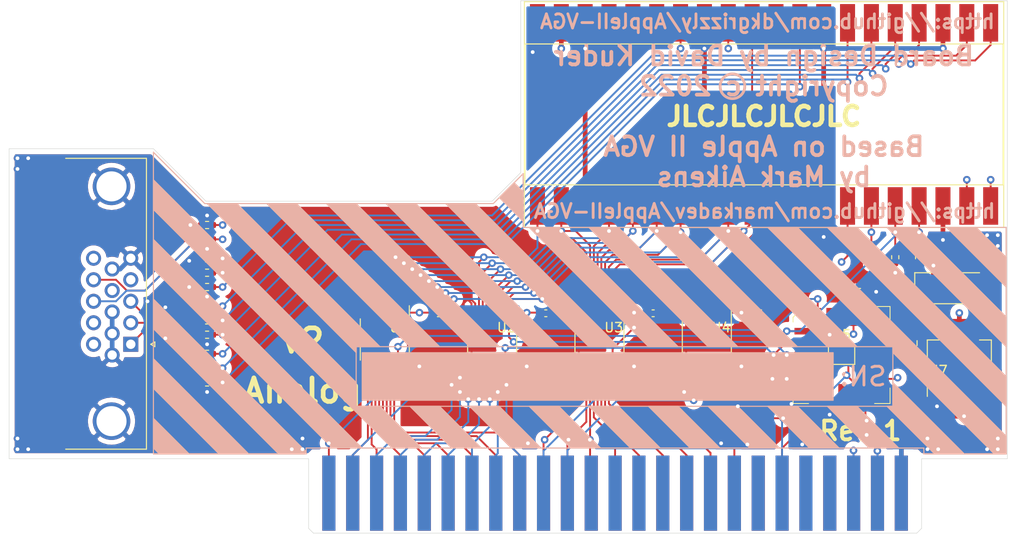
<source format=kicad_pcb>
(kicad_pcb (version 20171130) (host pcbnew "(5.1.10)-1")
  (layers (0 F.Cu signal) (1 In1.Cu signal) (2 In2.Cu signal) (31 B.Cu signal) (34 B.Paste user) (35 F.Paste user) (36 B.SilkS user) (37 F.SilkS user) (38 B.Mask user) (39 F.Mask user) (44 Edge.Cuts user))
  (net 0 "")
  (net 1 GND)
  (net 2 +5V)
  (net 3 A9)
  (net 4 A0)
  (net 5 A1)
  (net 6 A8)
  (net 7 A10)
  (net 8 A2)
  (net 9 A11)
  (net 10 A3)
  (net 11 A12)
  (net 12 A4)
  (net 13 A13)
  (net 14 A5)
  (net 15 A14)
  (net 16 A6)
  (net 17 A15)
  (net 18 A7)
  (net 19 D4)
  (net 20 D0)
  (net 21 D5)
  (net 22 D1)
  (net 23 D6)
  (net 24 D2)
  (net 25 D7)
  (net 26 D3)
  (net 27 "Net-(J1-Pad23)")
  (net 28 nWR)
  (net 29 LPHI0)
  (net 30 LR\W)
  (net 31 LD6)
  (net 32 LD7)
  (net 33 LD5)
  (net 34 LD4)
  (net 35 LD3)
  (net 36 LD2)
  (net 37 LD1)
  (net 38 LD0)
  (net 39 nROMINHIBIT)
  (net 40 nLRESET)
  (net 41 nSYSRESET)
  (net 42 PHI0)
  (net 43 "Net-(J1-Pad19)")
  (net 44 nRDY)
  (net 45 nNMI)
  (net 46 nIRQ)
  (net 47 -12V)
  (net 48 -5V)
  (net 49 "Net-(J1-Pad35)")
  (net 50 7MHz)
  (net 51 2MHz)
  (net 52 PHI1)
  (net 53 +12V)
  (net 54 +3V3)
  (net 55 USER1)
  (net 56 nDMARQ)
  (net 57 nIOSEL)
  (net 58 nIOSTROBE)
  (net 59 nDEVSEL)
  (net 60 RED_OUT)
  (net 61 R0)
  (net 62 R1)
  (net 63 R2)
  (net 64 GREEN_OUT)
  (net 65 G0)
  (net 66 G1)
  (net 67 G2)
  (net 68 BLUE_OUT)
  (net 69 B0)
  (net 70 B1)
  (net 71 B2)
  (net 72 HSYNC_OUT)
  (net 73 VSYNC_OUT)
  (net 74 nDATAOE)
  (net 75 nMSBOE)
  (net 76 nLSBOE)
  (net 77 nDATADIR)
  (net 78 nCARDSEL)
  (net 79 nLSEL)
  (net 80 "Net-(D1-Pad1)")
  (net 81 "Net-(J2-Pad15)")
  (net 82 "Net-(J2-Pad12)")
  (net 83 "Net-(J2-Pad11)")
  (net 84 "Net-(J2-Pad9)")
  (net 85 "Net-(J2-Pad4)")
  (net 86 "Net-(U5-Pad19)")
  (net 87 "Net-(U5-Pad18)")
  (net 88 "Net-(U6-Pad40)")
  (net 89 "Net-(U6-Pad37)")
  (net 90 "Net-(U6-Pad36)")
  (net 91 "Net-(U6-Pad35)")
  (net 92 "Net-(R10-Pad1)")
  (net 93 "Net-(R11-Pad1)")
  (net 94 "Net-(U4-Pad6)")
  (net 95 "Net-(U4-Pad5)")
  (net 96 "Net-(U4-Pad4)")
  (net 97 "Net-(U4-Pad3)")
  (net 98 "Net-(U5-Pad17)")
  (net 99 "Net-(U5-Pad16)")
  (net 100 "Net-(U5-Pad15)")
  (net 101 "Net-(U5-Pad1)")
  (net 102 "Net-(J1-Pad24)")
  (net 103 "Net-(U6-Pad30)")
  (module Package_DIP:DIP-40_W16.51mm_SMDSocket_LongPads (layer F.Cu) (at 157.972 91.905 90)
    (fp_text reference U6 hide)
    (fp_text value "Pi PICO" hide)
    (pad 40 smd rect (at 11.75 -24.13 90) (size 4 1.6) (layers F.Cu F.Paste F.Mask) (net 88 "Net-(U6-Pad40)"))
    (pad 20 smd rect (at -7.75 24.13 90) (size 4 1.6) (layers F.Cu F.Paste F.Mask) (net 70 B1))
    (pad 39 smd rect (at 11.75 -21.59 90) (size 4 1.6) (layers F.Cu F.Paste F.Mask) (net 80 "Net-(D1-Pad1)"))
    (pad 19 smd rect (at -7.75 21.59 90) (size 4 1.6) (layers F.Cu F.Paste F.Mask) (net 71 B2))
    (pad 38 smd rect (at 11.75 -19.05 90) (size 4 1.6) (layers F.Cu F.Paste F.Mask) (net 1 GND))
    (pad 18 smd rect (at -7.75 19.05 90) (size 4 1.6) (layers F.Cu F.Paste F.Mask) (net 1 GND))
    (pad 37 smd rect (at 11.75 -16.51 90) (size 4 1.6) (layers F.Cu F.Paste F.Mask) (net 89 "Net-(U6-Pad37)"))
    (pad 17 smd rect (at -7.75 16.51 90) (size 4 1.6) (layers F.Cu F.Paste F.Mask) (net 75 nMSBOE))
    (pad 36 smd rect (at 11.75 -13.97 90) (size 4 1.6) (layers F.Cu F.Paste F.Mask) (net 90 "Net-(U6-Pad36)"))
    (pad 16 smd rect (at -7.75 13.97 90) (size 4 1.6) (layers F.Cu F.Paste F.Mask) (net 76 nLSBOE))
    (pad 35 smd rect (at 11.75 -11.43 90) (size 4 1.6) (layers F.Cu F.Paste F.Mask) (net 91 "Net-(U6-Pad35)"))
    (pad 15 smd rect (at -7.75 11.43 90) (size 4 1.6) (layers F.Cu F.Paste F.Mask) (net 74 nDATAOE))
    (pad 34 smd rect (at 11.75 -8.89 90) (size 4 1.6) (layers F.Cu F.Paste F.Mask) (net 92 "Net-(R10-Pad1)"))
    (pad 14 smd rect (at -7.75 8.89 90) (size 4 1.6) (layers F.Cu F.Paste F.Mask) (net 77 nDATADIR))
    (pad 33 smd rect (at 11.75 -6.35 90) (size 4 1.6) (layers F.Cu F.Paste F.Mask) (net 1 GND))
    (pad 13 smd rect (at -7.75 6.35 90) (size 4 1.6) (layers F.Cu F.Paste F.Mask) (net 1 GND))
    (pad 32 smd rect (at 11.75 -3.81 90) (size 4 1.6) (layers F.Cu F.Paste F.Mask) (net 93 "Net-(R11-Pad1)"))
    (pad 12 smd rect (at -7.75 3.81 90) (size 4 1.6) (layers F.Cu F.Paste F.Mask) (net 30 LR\W))
    (pad 31 smd rect (at 11.75 -1.27 90) (size 4 1.6) (layers F.Cu F.Paste F.Mask) (net 29 LPHI0))
    (pad 11 smd rect (at -7.75 1.27 90) (size 4 1.6) (layers F.Cu F.Paste F.Mask) (net 79 nLSEL))
    (pad 30 smd rect (at 11.75 1.27 90) (size 4 1.6) (layers F.Cu F.Paste F.Mask) (net 103 "Net-(U6-Pad30)"))
    (pad 10 smd rect (at -7.75 -1.27 90) (size 4 1.6) (layers F.Cu F.Paste F.Mask) (net 32 LD7))
    (pad 29 smd rect (at 11.75 3.81 90) (size 4 1.6) (layers F.Cu F.Paste F.Mask) (net 61 R0))
    (pad 9 smd rect (at -7.75 -3.81 90) (size 4 1.6) (layers F.Cu F.Paste F.Mask) (net 31 LD6))
    (pad 28 smd rect (at 11.75 6.35 90) (size 4 1.6) (layers F.Cu F.Paste F.Mask) (net 1 GND))
    (pad 8 smd rect (at -7.75 -6.35 90) (size 4 1.6) (layers F.Cu F.Paste F.Mask) (net 1 GND))
    (pad 27 smd rect (at 11.75 8.89 90) (size 4 1.6) (layers F.Cu F.Paste F.Mask) (net 62 R1))
    (pad 7 smd rect (at -7.75 -8.89 90) (size 4 1.6) (layers F.Cu F.Paste F.Mask) (net 33 LD5))
    (pad 26 smd rect (at 11.75 11.43 90) (size 4 1.6) (layers F.Cu F.Paste F.Mask) (net 63 R2))
    (pad 6 smd rect (at -7.75 -11.43 90) (size 4 1.6) (layers F.Cu F.Paste F.Mask) (net 34 LD4))
    (pad 25 smd rect (at 11.75 13.97 90) (size 4 1.6) (layers F.Cu F.Paste F.Mask) (net 65 G0))
    (pad 5 smd rect (at -7.75 -13.97 90) (size 4 1.6) (layers F.Cu F.Paste F.Mask) (net 35 LD3))
    (pad 24 smd rect (at 11.75 16.51 90) (size 4 1.6) (layers F.Cu F.Paste F.Mask) (net 66 G1))
    (pad 4 smd rect (at -7.75 -16.51 90) (size 4 1.6) (layers F.Cu F.Paste F.Mask) (net 36 LD2))
    (pad 23 smd rect (at 11.75 19.05 90) (size 4 1.6) (layers F.Cu F.Paste F.Mask) (net 1 GND))
    (pad 3 smd rect (at -7.75 -19.05 90) (size 4 1.6) (layers F.Cu F.Paste F.Mask) (net 1 GND))
    (pad 22 smd rect (at 11.75 21.59 90) (size 4 1.6) (layers F.Cu F.Paste F.Mask) (net 67 G2))
    (pad 2 smd rect (at -7.75 -21.59 90) (size 4 1.6) (layers F.Cu F.Paste F.Mask) (net 37 LD1))
    (pad 21 smd rect (at 11.75 24.13 90) (size 4 1.6) (layers F.Cu F.Paste F.Mask) (net 69 B0))
    (pad 1 smd rect (at -7.75 -24.13 90) (size 4 1.6) (layers F.Cu F.Paste F.Mask) (net 38 LD0))
  )
  (module Jumper:SolderJumper-2_P1.3mm_Open_TrianglePad1.0x1.5mm (layer F.Cu) (at 166.227 115.527)
    (fp_text reference J3 (at 0 -1.8) (layer F.SilkS))
    (fp_text value NOPAL)
    (pad 1 smd custom (at -0.725 0) (size 0.3 0.3) (layers F.Cu F.Mask) (net 59 nDEVSEL) (options (clearance outline) (anchor rect)) (primitives (gr_poly (pts (xy -0.5 -0.75) (xy 0.5 -0.75) (xy 1 0) (xy 0.5 0.75) (xy -0.5 0.75)) (width 0))))
    (pad 2 smd custom (at 0.725 0) (size 0.3 0.3) (layers F.Cu F.Mask) (net 78 nCARDSEL) (options (clearance outline) (anchor rect)) (primitives (gr_poly (pts (xy -0.65 -0.75) (xy 0.5 -0.75) (xy 0.5 0.75) (xy -0.65 0.75) (xy -0.15 0)) (width 0))))
  )
  (module Diode_SMD:D_SMA_Handsoldering (layer F.Cu) (at 178.419 108.415)
    (fp_text reference D1 hide)
    (fp_text value D_Schottky hide)
    (pad 2 smd rect (at 2.5 0) (size 3.5 1.8) (layers F.Cu F.Paste F.Mask) (net 2 +5V))
    (pad 1 smd rect (at -2.5 0) (size 3.5 1.8) (layers F.Cu F.Paste F.Mask) (net 80 "Net-(D1-Pad1)"))
  )
  (module Capacitor_SMD:C_0805_2012Metric_Pad1.18x1.45mm_HandSolder (layer F.Cu) (at 181.086 123.0795 270)
    (fp_text reference C11 hide)
    (fp_text value 10uF hide)
    (pad 2 smd roundrect (at 1.0375 0 270) (size 1.175 1.45) (layers F.Cu F.Paste F.Mask) (roundrect_rratio 0.2127659574468085) (net 1 GND))
    (pad 1 smd roundrect (at -1.0375 0 270) (size 1.175 1.45) (layers F.Cu F.Paste F.Mask) (roundrect_rratio 0.2127659574468085) (net 2 +5V))
  )
  (module Capacitor_SMD:C_0805_2012Metric_Pad1.18x1.45mm_HandSolder (layer F.Cu) (at 173.5295 114.257 270)
    (fp_text reference C10 hide)
    (fp_text value 22uF hide)
    (pad 2 smd roundrect (at 1.0375 0 270) (size 1.175 1.45) (layers F.Cu F.Paste F.Mask) (roundrect_rratio 0.2127659574468085) (net 1 GND))
    (pad 1 smd roundrect (at -1.0375 0 270) (size 1.175 1.45) (layers F.Cu F.Paste F.Mask) (roundrect_rratio 0.2127659574468085) (net 54 +3V3))
  )
  (module Package_TO_SOT_SMD:SOT-223-3_TabPin2 (layer F.Cu) (at 178.765 115.834 90)
    (fp_text reference U7 (at -1.344 -2.251 180) (layer F.SilkS))
    (fp_text value AZ1117I-H-3.3)
    (pad 1 smd rect (at -3.15 -2.3 90) (size 2 1.5) (layers F.Cu F.Paste F.Mask) (net 1 GND))
    (pad 3 smd rect (at -3.15 2.3 90) (size 2 1.5) (layers F.Cu F.Paste F.Mask) (net 2 +5V))
    (pad 2 smd rect (at -3.15 0 90) (size 2 1.5) (layers F.Cu F.Paste F.Mask) (net 54 +3V3))
    (pad 2 smd rect (at 3.15 0 90) (size 2 3.8) (layers F.Cu F.Paste F.Mask) (net 54 +3V3))
  )
  (module Package_LCC:PLCC-20 (layer F.Cu) (at 166.227 115.527)
    (fp_text reference U5 (at 0 -2.159) (layer F.SilkS))
    (fp_text value PALCE16V8H-5JC/5)
    (pad 18 smd rect (at 4.0525 -2.54) (size 1.925 0.7) (layers F.Cu F.Paste F.Mask) (net 87 "Net-(U5-Pad18)"))
    (pad 17 smd rect (at 4.0525 -1.27) (size 1.925 0.7) (layers F.Cu F.Paste F.Mask) (net 98 "Net-(U5-Pad17)"))
    (pad 16 smd rect (at 4.0525 0) (size 1.925 0.7) (layers F.Cu F.Paste F.Mask) (net 99 "Net-(U5-Pad16)"))
    (pad 15 smd rect (at 4.0525 1.27) (size 1.925 0.7) (layers F.Cu F.Paste F.Mask) (net 100 "Net-(U5-Pad15)"))
    (pad 14 smd rect (at 4.0525 2.54) (size 1.925 0.7) (layers F.Cu F.Paste F.Mask) (net 6 A8))
    (pad 13 smd rect (at 2.54 4.0525) (size 0.7 1.925) (layers F.Cu F.Paste F.Mask) (net 3 A9))
    (pad 12 smd rect (at 1.27 4.0525) (size 0.7 1.925) (layers F.Cu F.Paste F.Mask) (net 78 nCARDSEL))
    (pad 11 smd rect (at 0 4.0525) (size 0.7 1.925) (layers F.Cu F.Paste F.Mask) (net 7 A10))
    (pad 10 smd rect (at -1.27 4.0525) (size 0.7 1.925) (layers F.Cu F.Paste F.Mask) (net 1 GND))
    (pad 9 smd rect (at -2.54 4.0525) (size 0.7 1.925) (layers F.Cu F.Paste F.Mask) (net 58 nIOSTROBE))
    (pad 8 smd rect (at -4.0525 2.54) (size 1.925 0.7) (layers F.Cu F.Paste F.Mask) (net 57 nIOSEL))
    (pad 7 smd rect (at -4.0525 1.27) (size 1.925 0.7) (layers F.Cu F.Paste F.Mask) (net 59 nDEVSEL))
    (pad 6 smd rect (at -4.0525 0) (size 1.925 0.7) (layers F.Cu F.Paste F.Mask) (net 77 nDATADIR))
    (pad 5 smd rect (at -4.0525 -1.27) (size 1.925 0.7) (layers F.Cu F.Paste F.Mask) (net 74 nDATAOE))
    (pad 4 smd rect (at -4.0525 -2.54) (size 1.925 0.7) (layers F.Cu F.Paste F.Mask) (net 76 nLSBOE))
    (pad 19 smd rect (at 2.54 -4.0525) (size 0.7 1.925) (layers F.Cu F.Paste F.Mask) (net 86 "Net-(U5-Pad19)"))
    (pad 20 smd rect (at 1.27 -4.0525) (size 0.7 1.925) (layers F.Cu F.Paste F.Mask) (net 2 +5V))
    (pad 3 smd rect (at -2.54 -4.0525) (size 0.7 1.925) (layers F.Cu F.Paste F.Mask) (net 75 nMSBOE))
    (pad 2 smd rect (at -1.27 -4.0525) (size 0.7 1.925) (layers F.Cu F.Paste F.Mask) (net 41 nSYSRESET))
    (pad 1 smd rect (at 0 -4.0525) (size 0.7 1.925) (layers F.Cu F.Paste F.Mask) (net 101 "Net-(U5-Pad1)"))
  )
  (module Capacitor_SMD:C_0402_1005Metric_Pad0.74x0.62mm_HandSolder (layer F.Cu) (at 168.132 108.796)
    (fp_text reference C9 hide)
    (fp_text value C hide)
    (pad 2 smd roundrect (at 0.5675 0) (size 0.735 0.62) (layers F.Cu F.Paste F.Mask) (net 1 GND))
    (pad 1 smd roundrect (at -0.5675 0) (size 0.735 0.62) (layers F.Cu F.Paste F.Mask) (net 2 +5V))
  )
  (module Capacitor_SMD:C_0402_1005Metric_Pad0.74x0.62mm_HandSolder (layer F.Cu) (at 157.591 111.082)
    (fp_text reference C8 hide)
    (fp_text value C hide)
    (pad 2 smd roundrect (at 0.5675 0) (size 0.735 0.62) (layers F.Cu F.Paste F.Mask) (net 1 GND))
    (pad 1 smd roundrect (at -0.5675 0) (size 0.735 0.62) (layers F.Cu F.Paste F.Mask) (net 54 +3V3))
  )
  (module Capacitor_SMD:C_0402_1005Metric_Pad0.74x0.62mm_HandSolder (layer F.Cu) (at 157.591 116.67)
    (fp_text reference C7 hide)
    (fp_text value C hide)
    (pad 2 smd roundrect (at 0.5675 0) (size 0.735 0.62) (layers F.Cu F.Paste F.Mask) (net 1 GND))
    (pad 1 smd roundrect (at -0.5675 0) (size 0.735 0.62) (layers F.Cu F.Paste F.Mask) (net 2 +5V))
  )
  (module Capacitor_SMD:C_0402_1005Metric_Pad0.74x0.62mm_HandSolder (layer F.Cu) (at 146.161 111.082)
    (fp_text reference C6 hide)
    (fp_text value C hide)
    (pad 2 smd roundrect (at 0.5675 0) (size 0.735 0.62) (layers F.Cu F.Paste F.Mask) (net 1 GND))
    (pad 1 smd roundrect (at -0.5675 0) (size 0.735 0.62) (layers F.Cu F.Paste F.Mask) (net 54 +3V3))
  )
  (module Capacitor_SMD:C_0402_1005Metric_Pad0.74x0.62mm_HandSolder (layer F.Cu) (at 146.161 116.67)
    (fp_text reference C5 hide)
    (fp_text value C hide)
    (pad 2 smd roundrect (at 0.5675 0) (size 0.735 0.62) (layers F.Cu F.Paste F.Mask) (net 1 GND))
    (pad 1 smd roundrect (at -0.5675 0) (size 0.735 0.62) (layers F.Cu F.Paste F.Mask) (net 2 +5V))
  )
  (module Capacitor_SMD:C_0402_1005Metric_Pad0.74x0.62mm_HandSolder (layer F.Cu) (at 134.731 111.082)
    (fp_text reference C4 hide)
    (fp_text value C hide)
    (pad 2 smd roundrect (at 0.5675 0) (size 0.735 0.62) (layers F.Cu F.Paste F.Mask) (net 1 GND))
    (pad 1 smd roundrect (at -0.5675 0) (size 0.735 0.62) (layers F.Cu F.Paste F.Mask) (net 54 +3V3))
  )
  (module Capacitor_SMD:C_0402_1005Metric_Pad0.74x0.62mm_HandSolder (layer F.Cu) (at 134.731 116.67)
    (fp_text reference C3 hide)
    (fp_text value C hide)
    (pad 2 smd roundrect (at 0.5675 0) (size 0.735 0.62) (layers F.Cu F.Paste F.Mask) (net 1 GND))
    (pad 1 smd roundrect (at -0.5675 0) (size 0.735 0.62) (layers F.Cu F.Paste F.Mask) (net 2 +5V))
  )
  (module Capacitor_SMD:C_0402_1005Metric_Pad0.74x0.62mm_HandSolder (layer F.Cu) (at 123.301 111.082)
    (fp_text reference C2 hide)
    (fp_text value C hide)
    (pad 2 smd roundrect (at 0.5675 0) (size 0.735 0.62) (layers F.Cu F.Paste F.Mask) (net 1 GND))
    (pad 1 smd roundrect (at -0.5675 0) (size 0.735 0.62) (layers F.Cu F.Paste F.Mask) (net 54 +3V3))
  )
  (module Capacitor_SMD:C_0402_1005Metric_Pad0.74x0.62mm_HandSolder (layer F.Cu) (at 123.301 116.67)
    (fp_text reference C1 hide)
    (fp_text value C hide)
    (pad 2 smd roundrect (at 0.5675 0) (size 0.735 0.62) (layers F.Cu F.Paste F.Mask) (net 1 GND))
    (pad 1 smd roundrect (at -0.5675 0) (size 0.735 0.62) (layers F.Cu F.Paste F.Mask) (net 2 +5V))
  )
  (module Connector_Dsub:DSUB-15-HD_Female_Horizontal_P2.29x1.98mm_EdgePinOffset3.03mm_Housed_MountingHolesOffset4.94mm (layer F.Cu) (at 90.535 114.384 270)
    (fp_text reference J2 hide)
    (fp_text value DB15_Female_HighDensity_MountingHoles)
    (pad 0 thru_hole circle (at 8.185 2.05 270) (size 4 4) (drill 3.2) (layers *.Cu *.Mask) (net 1 GND))
    (pad 0 thru_hole circle (at -16.815 2.05 270) (size 4 4) (drill 3.2) (layers *.Cu *.Mask) (net 1 GND))
    (pad 15 thru_hole circle (at -9.16 3.96 270) (size 1.6 1.6) (drill 1) (layers *.Cu *.Mask) (net 81 "Net-(J2-Pad15)"))
    (pad 14 thru_hole circle (at -6.87 3.96 270) (size 1.6 1.6) (drill 1) (layers *.Cu *.Mask) (net 73 VSYNC_OUT))
    (pad 13 thru_hole circle (at -4.58 3.96 270) (size 1.6 1.6) (drill 1) (layers *.Cu *.Mask) (net 72 HSYNC_OUT))
    (pad 12 thru_hole circle (at -2.29 3.96 270) (size 1.6 1.6) (drill 1) (layers *.Cu *.Mask) (net 82 "Net-(J2-Pad12)"))
    (pad 11 thru_hole circle (at 0 3.96 270) (size 1.6 1.6) (drill 1) (layers *.Cu *.Mask) (net 83 "Net-(J2-Pad11)"))
    (pad 10 thru_hole circle (at -8.015 1.98 270) (size 1.6 1.6) (drill 1) (layers *.Cu *.Mask) (net 1 GND))
    (pad 9 thru_hole circle (at -5.725 1.98 270) (size 1.6 1.6) (drill 1) (layers *.Cu *.Mask) (net 84 "Net-(J2-Pad9)"))
    (pad 8 thru_hole circle (at -3.435 1.98 270) (size 1.6 1.6) (drill 1) (layers *.Cu *.Mask) (net 1 GND))
    (pad 7 thru_hole circle (at -1.145 1.98 270) (size 1.6 1.6) (drill 1) (layers *.Cu *.Mask) (net 1 GND))
    (pad 6 thru_hole circle (at 1.145 1.98 270) (size 1.6 1.6) (drill 1) (layers *.Cu *.Mask) (net 1 GND))
    (pad 5 thru_hole circle (at -9.16 0 270) (size 1.6 1.6) (drill 1) (layers *.Cu *.Mask) (net 1 GND))
    (pad 4 thru_hole circle (at -6.87 0 270) (size 1.6 1.6) (drill 1) (layers *.Cu *.Mask) (net 85 "Net-(J2-Pad4)"))
    (pad 3 thru_hole circle (at -4.58 0 270) (size 1.6 1.6) (drill 1) (layers *.Cu *.Mask) (net 68 BLUE_OUT))
    (pad 2 thru_hole circle (at -2.29 0 270) (size 1.6 1.6) (drill 1) (layers *.Cu *.Mask) (net 64 GREEN_OUT))
    (pad 1 thru_hole rect (at 0 0 270) (size 1.6 1.6) (drill 1) (layers *.Cu *.Mask) (net 60 RED_OUT))
  )
  (module Package_SO:TSSOP-24_4.4x5mm_P0.4mm (layer F.Cu) (at 151.876 113.876 270)
    (fp_text reference U4 (at -1.27 -1.524 unlocked) (layer F.SilkS))
    (fp_text value SN74LVC8T245DGVR)
    (pad 24 smd roundrect (at 2.8625 -2.2 270) (size 1.475 0.25) (layers F.Cu F.Paste F.Mask) (net 2 +5V))
    (pad 23 smd roundrect (at 2.8625 -1.8 270) (size 1.475 0.25) (layers F.Cu F.Paste F.Mask) (net 2 +5V))
    (pad 22 smd roundrect (at 2.8625 -1.4 270) (size 1.475 0.25) (layers F.Cu F.Paste F.Mask) (net 1 GND))
    (pad 21 smd roundrect (at 2.8625 -1 270) (size 1.475 0.25) (layers F.Cu F.Paste F.Mask) (net 1 GND))
    (pad 20 smd roundrect (at 2.8625 -0.6 270) (size 1.475 0.25) (layers F.Cu F.Paste F.Mask) (net 1 GND))
    (pad 19 smd roundrect (at 2.8625 -0.2 270) (size 1.475 0.25) (layers F.Cu F.Paste F.Mask) (net 1 GND))
    (pad 18 smd roundrect (at 2.8625 0.2 270) (size 1.475 0.25) (layers F.Cu F.Paste F.Mask) (net 1 GND))
    (pad 17 smd roundrect (at 2.8625 0.6 270) (size 1.475 0.25) (layers F.Cu F.Paste F.Mask) (net 41 nSYSRESET))
    (pad 16 smd roundrect (at 2.8625 1 270) (size 1.475 0.25) (layers F.Cu F.Paste F.Mask) (net 28 nWR))
    (pad 15 smd roundrect (at 2.8625 1.4 270) (size 1.475 0.25) (layers F.Cu F.Paste F.Mask) (net 42 PHI0))
    (pad 14 smd roundrect (at 2.8625 1.8 270) (size 1.475 0.25) (layers F.Cu F.Paste F.Mask) (net 78 nCARDSEL))
    (pad 13 smd roundrect (at 2.8625 2.2 270) (size 1.475 0.25) (layers F.Cu F.Paste F.Mask) (net 1 GND))
    (pad 12 smd roundrect (at -2.8625 2.2 270) (size 1.475 0.25) (layers F.Cu F.Paste F.Mask) (net 1 GND))
    (pad 11 smd roundrect (at -2.8625 1.8 270) (size 1.475 0.25) (layers F.Cu F.Paste F.Mask) (net 1 GND))
    (pad 10 smd roundrect (at -2.8625 1.4 270) (size 1.475 0.25) (layers F.Cu F.Paste F.Mask) (net 79 nLSEL))
    (pad 9 smd roundrect (at -2.8625 1 270) (size 1.475 0.25) (layers F.Cu F.Paste F.Mask) (net 29 LPHI0))
    (pad 8 smd roundrect (at -2.8625 0.6 270) (size 1.475 0.25) (layers F.Cu F.Paste F.Mask) (net 30 LR\W))
    (pad 7 smd roundrect (at -2.8625 0.2 270) (size 1.475 0.25) (layers F.Cu F.Paste F.Mask) (net 40 nLRESET))
    (pad 6 smd roundrect (at -2.8625 -0.2 270) (size 1.475 0.25) (layers F.Cu F.Paste F.Mask) (net 94 "Net-(U4-Pad6)"))
    (pad 5 smd roundrect (at -2.8625 -0.6 270) (size 1.475 0.25) (layers F.Cu F.Paste F.Mask) (net 95 "Net-(U4-Pad5)"))
    (pad 4 smd roundrect (at -2.8625 -1 270) (size 1.475 0.25) (layers F.Cu F.Paste F.Mask) (net 96 "Net-(U4-Pad4)"))
    (pad 3 smd roundrect (at -2.8625 -1.4 270) (size 1.475 0.25) (layers F.Cu F.Paste F.Mask) (net 97 "Net-(U4-Pad3)"))
    (pad 2 smd roundrect (at -2.8625 -1.8 270) (size 1.475 0.25) (layers F.Cu F.Paste F.Mask) (net 1 GND))
    (pad 1 smd roundrect (at -2.8625 -2.2 270) (size 1.475 0.25) (layers F.Cu F.Paste F.Mask) (net 54 +3V3))
  )
  (module Package_SO:TSSOP-24_4.4x5mm_P0.4mm (layer F.Cu) (at 140.446 113.876 270)
    (fp_text reference U3 (at -1.27 -1.524 unlocked) (layer F.SilkS))
    (fp_text value SN74LVC8T245DGVR)
    (pad 24 smd roundrect (at 2.8625 -2.2 270) (size 1.475 0.25) (layers F.Cu F.Paste F.Mask) (net 2 +5V))
    (pad 23 smd roundrect (at 2.8625 -1.8 270) (size 1.475 0.25) (layers F.Cu F.Paste F.Mask) (net 2 +5V))
    (pad 22 smd roundrect (at 2.8625 -1.4 270) (size 1.475 0.25) (layers F.Cu F.Paste F.Mask) (net 75 nMSBOE))
    (pad 21 smd roundrect (at 2.8625 -1 270) (size 1.475 0.25) (layers F.Cu F.Paste F.Mask) (net 17 A15))
    (pad 20 smd roundrect (at 2.8625 -0.6 270) (size 1.475 0.25) (layers F.Cu F.Paste F.Mask) (net 15 A14))
    (pad 19 smd roundrect (at 2.8625 -0.2 270) (size 1.475 0.25) (layers F.Cu F.Paste F.Mask) (net 13 A13))
    (pad 18 smd roundrect (at 2.8625 0.2 270) (size 1.475 0.25) (layers F.Cu F.Paste F.Mask) (net 11 A12))
    (pad 17 smd roundrect (at 2.8625 0.6 270) (size 1.475 0.25) (layers F.Cu F.Paste F.Mask) (net 9 A11))
    (pad 16 smd roundrect (at 2.8625 1 270) (size 1.475 0.25) (layers F.Cu F.Paste F.Mask) (net 7 A10))
    (pad 15 smd roundrect (at 2.8625 1.4 270) (size 1.475 0.25) (layers F.Cu F.Paste F.Mask) (net 3 A9))
    (pad 14 smd roundrect (at 2.8625 1.8 270) (size 1.475 0.25) (layers F.Cu F.Paste F.Mask) (net 6 A8))
    (pad 13 smd roundrect (at 2.8625 2.2 270) (size 1.475 0.25) (layers F.Cu F.Paste F.Mask) (net 1 GND))
    (pad 12 smd roundrect (at -2.8625 2.2 270) (size 1.475 0.25) (layers F.Cu F.Paste F.Mask) (net 1 GND))
    (pad 11 smd roundrect (at -2.8625 1.8 270) (size 1.475 0.25) (layers F.Cu F.Paste F.Mask) (net 1 GND))
    (pad 10 smd roundrect (at -2.8625 1.4 270) (size 1.475 0.25) (layers F.Cu F.Paste F.Mask) (net 38 LD0))
    (pad 9 smd roundrect (at -2.8625 1 270) (size 1.475 0.25) (layers F.Cu F.Paste F.Mask) (net 37 LD1))
    (pad 8 smd roundrect (at -2.8625 0.6 270) (size 1.475 0.25) (layers F.Cu F.Paste F.Mask) (net 36 LD2))
    (pad 7 smd roundrect (at -2.8625 0.2 270) (size 1.475 0.25) (layers F.Cu F.Paste F.Mask) (net 35 LD3))
    (pad 6 smd roundrect (at -2.8625 -0.2 270) (size 1.475 0.25) (layers F.Cu F.Paste F.Mask) (net 34 LD4))
    (pad 5 smd roundrect (at -2.8625 -0.6 270) (size 1.475 0.25) (layers F.Cu F.Paste F.Mask) (net 33 LD5))
    (pad 4 smd roundrect (at -2.8625 -1 270) (size 1.475 0.25) (layers F.Cu F.Paste F.Mask) (net 31 LD6))
    (pad 3 smd roundrect (at -2.8625 -1.4 270) (size 1.475 0.25) (layers F.Cu F.Paste F.Mask) (net 32 LD7))
    (pad 2 smd roundrect (at -2.8625 -1.8 270) (size 1.475 0.25) (layers F.Cu F.Paste F.Mask) (net 1 GND))
    (pad 1 smd roundrect (at -2.8625 -2.2 270) (size 1.475 0.25) (layers F.Cu F.Paste F.Mask) (net 54 +3V3))
  )
  (module Package_SO:TSSOP-24_4.4x5mm_P0.4mm (layer F.Cu) (at 117.586 113.876 270)
    (fp_text reference U1 (at -1.27 -1.524 unlocked) (layer F.SilkS))
    (fp_text value SN74LVC8T245DGVR)
    (pad 24 smd roundrect (at 2.8625 -2.2 270) (size 1.475 0.25) (layers F.Cu F.Paste F.Mask) (net 2 +5V))
    (pad 23 smd roundrect (at 2.8625 -1.8 270) (size 1.475 0.25) (layers F.Cu F.Paste F.Mask) (net 2 +5V))
    (pad 22 smd roundrect (at 2.8625 -1.4 270) (size 1.475 0.25) (layers F.Cu F.Paste F.Mask) (net 76 nLSBOE))
    (pad 21 smd roundrect (at 2.8625 -1 270) (size 1.475 0.25) (layers F.Cu F.Paste F.Mask) (net 18 A7))
    (pad 20 smd roundrect (at 2.8625 -0.6 270) (size 1.475 0.25) (layers F.Cu F.Paste F.Mask) (net 16 A6))
    (pad 19 smd roundrect (at 2.8625 -0.2 270) (size 1.475 0.25) (layers F.Cu F.Paste F.Mask) (net 14 A5))
    (pad 18 smd roundrect (at 2.8625 0.2 270) (size 1.475 0.25) (layers F.Cu F.Paste F.Mask) (net 12 A4))
    (pad 17 smd roundrect (at 2.8625 0.6 270) (size 1.475 0.25) (layers F.Cu F.Paste F.Mask) (net 10 A3))
    (pad 16 smd roundrect (at 2.8625 1 270) (size 1.475 0.25) (layers F.Cu F.Paste F.Mask) (net 8 A2))
    (pad 15 smd roundrect (at 2.8625 1.4 270) (size 1.475 0.25) (layers F.Cu F.Paste F.Mask) (net 5 A1))
    (pad 14 smd roundrect (at 2.8625 1.8 270) (size 1.475 0.25) (layers F.Cu F.Paste F.Mask) (net 4 A0))
    (pad 13 smd roundrect (at 2.8625 2.2 270) (size 1.475 0.25) (layers F.Cu F.Paste F.Mask) (net 1 GND))
    (pad 12 smd roundrect (at -2.8625 2.2 270) (size 1.475 0.25) (layers F.Cu F.Paste F.Mask) (net 1 GND))
    (pad 11 smd roundrect (at -2.8625 1.8 270) (size 1.475 0.25) (layers F.Cu F.Paste F.Mask) (net 1 GND))
    (pad 10 smd roundrect (at -2.8625 1.4 270) (size 1.475 0.25) (layers F.Cu F.Paste F.Mask) (net 38 LD0))
    (pad 9 smd roundrect (at -2.8625 1 270) (size 1.475 0.25) (layers F.Cu F.Paste F.Mask) (net 37 LD1))
    (pad 8 smd roundrect (at -2.8625 0.6 270) (size 1.475 0.25) (layers F.Cu F.Paste F.Mask) (net 36 LD2))
    (pad 7 smd roundrect (at -2.8625 0.2 270) (size 1.475 0.25) (layers F.Cu F.Paste F.Mask) (net 35 LD3))
    (pad 6 smd roundrect (at -2.8625 -0.2 270) (size 1.475 0.25) (layers F.Cu F.Paste F.Mask) (net 34 LD4))
    (pad 5 smd roundrect (at -2.8625 -0.6 270) (size 1.475 0.25) (layers F.Cu F.Paste F.Mask) (net 33 LD5))
    (pad 4 smd roundrect (at -2.8625 -1 270) (size 1.475 0.25) (layers F.Cu F.Paste F.Mask) (net 31 LD6))
    (pad 3 smd roundrect (at -2.8625 -1.4 270) (size 1.475 0.25) (layers F.Cu F.Paste F.Mask) (net 32 LD7))
    (pad 2 smd roundrect (at -2.8625 -1.8 270) (size 1.475 0.25) (layers F.Cu F.Paste F.Mask) (net 1 GND))
    (pad 1 smd roundrect (at -2.8625 -2.2 270) (size 1.475 0.25) (layers F.Cu F.Paste F.Mask) (net 54 +3V3))
  )
  (module Package_SO:TSSOP-24_4.4x5mm_P0.4mm (layer F.Cu) (at 129.016 113.876 270)
    (fp_text reference U2 (at -1.27 -1.524 unlocked) (layer F.SilkS))
    (fp_text value SN74LVC8T245DGVR)
    (pad 24 smd roundrect (at 2.8625 -2.2 270) (size 1.475 0.25) (layers F.Cu F.Paste F.Mask) (net 2 +5V))
    (pad 23 smd roundrect (at 2.8625 -1.8 270) (size 1.475 0.25) (layers F.Cu F.Paste F.Mask) (net 2 +5V))
    (pad 22 smd roundrect (at 2.8625 -1.4 270) (size 1.475 0.25) (layers F.Cu F.Paste F.Mask) (net 74 nDATAOE))
    (pad 21 smd roundrect (at 2.8625 -1 270) (size 1.475 0.25) (layers F.Cu F.Paste F.Mask) (net 25 D7))
    (pad 20 smd roundrect (at 2.8625 -0.6 270) (size 1.475 0.25) (layers F.Cu F.Paste F.Mask) (net 23 D6))
    (pad 19 smd roundrect (at 2.8625 -0.2 270) (size 1.475 0.25) (layers F.Cu F.Paste F.Mask) (net 21 D5))
    (pad 18 smd roundrect (at 2.8625 0.2 270) (size 1.475 0.25) (layers F.Cu F.Paste F.Mask) (net 19 D4))
    (pad 17 smd roundrect (at 2.8625 0.6 270) (size 1.475 0.25) (layers F.Cu F.Paste F.Mask) (net 26 D3))
    (pad 16 smd roundrect (at 2.8625 1 270) (size 1.475 0.25) (layers F.Cu F.Paste F.Mask) (net 24 D2))
    (pad 15 smd roundrect (at 2.8625 1.4 270) (size 1.475 0.25) (layers F.Cu F.Paste F.Mask) (net 22 D1))
    (pad 14 smd roundrect (at 2.8625 1.8 270) (size 1.475 0.25) (layers F.Cu F.Paste F.Mask) (net 20 D0))
    (pad 13 smd roundrect (at 2.8625 2.2 270) (size 1.475 0.25) (layers F.Cu F.Paste F.Mask) (net 1 GND))
    (pad 12 smd roundrect (at -2.8625 2.2 270) (size 1.475 0.25) (layers F.Cu F.Paste F.Mask) (net 1 GND))
    (pad 11 smd roundrect (at -2.8625 1.8 270) (size 1.475 0.25) (layers F.Cu F.Paste F.Mask) (net 1 GND))
    (pad 10 smd roundrect (at -2.8625 1.4 270) (size 1.475 0.25) (layers F.Cu F.Paste F.Mask) (net 38 LD0))
    (pad 9 smd roundrect (at -2.8625 1 270) (size 1.475 0.25) (layers F.Cu F.Paste F.Mask) (net 37 LD1))
    (pad 8 smd roundrect (at -2.8625 0.6 270) (size 1.475 0.25) (layers F.Cu F.Paste F.Mask) (net 36 LD2))
    (pad 7 smd roundrect (at -2.8625 0.2 270) (size 1.475 0.25) (layers F.Cu F.Paste F.Mask) (net 35 LD3))
    (pad 6 smd roundrect (at -2.8625 -0.2 270) (size 1.475 0.25) (layers F.Cu F.Paste F.Mask) (net 34 LD4))
    (pad 5 smd roundrect (at -2.8625 -0.6 270) (size 1.475 0.25) (layers F.Cu F.Paste F.Mask) (net 33 LD5))
    (pad 4 smd roundrect (at -2.8625 -1 270) (size 1.475 0.25) (layers F.Cu F.Paste F.Mask) (net 31 LD6))
    (pad 3 smd roundrect (at -2.8625 -1.4 270) (size 1.475 0.25) (layers F.Cu F.Paste F.Mask) (net 32 LD7))
    (pad 2 smd roundrect (at -2.8625 -1.8 270) (size 1.475 0.25) (layers F.Cu F.Paste F.Mask) (net 77 nDATADIR))
    (pad 1 smd roundrect (at -2.8625 -2.2 270) (size 1.475 0.25) (layers F.Cu F.Paste F.Mask) (net 54 +3V3))
  )
  (module Resistor_SMD:R_0402_1005Metric_Pad0.72x0.64mm_HandSolder (layer F.Cu) (at 171.942 105.113 270)
    (fp_text reference R14 hide)
    (fp_text value 10K hide)
    (pad 2 smd roundrect (at 0.5975 0 270) (size 0.715 0.64) (layers F.Cu F.Paste F.Mask) (net 54 +3V3))
    (pad 1 smd roundrect (at -0.5975 0 270) (size 0.715 0.64) (layers F.Cu F.Paste F.Mask) (net 76 nLSBOE))
  )
  (module Resistor_SMD:R_0402_1005Metric_Pad0.72x0.64mm_HandSolder (layer F.Cu) (at 174.482 105.113 270)
    (fp_text reference R13 hide)
    (fp_text value 10K hide)
    (pad 2 smd roundrect (at 0.5975 0 270) (size 0.715 0.64) (layers F.Cu F.Paste F.Mask) (net 54 +3V3))
    (pad 1 smd roundrect (at -0.5975 0 270) (size 0.715 0.64) (layers F.Cu F.Paste F.Mask) (net 75 nMSBOE))
  )
  (module Resistor_SMD:R_0402_1005Metric_Pad0.72x0.64mm_HandSolder (layer F.Cu) (at 169.402 105.113 270)
    (fp_text reference R12 hide)
    (fp_text value 10K hide)
    (pad 2 smd roundrect (at 0.5975 0 270) (size 0.715 0.64) (layers F.Cu F.Paste F.Mask) (net 54 +3V3))
    (pad 1 smd roundrect (at -0.5975 0 270) (size 0.715 0.64) (layers F.Cu F.Paste F.Mask) (net 74 nDATAOE))
  )
  (module Resistor_SMD:R_0402_1005Metric_Pad0.72x0.64mm_HandSolder (layer F.Cu) (at 98.663 103.208 180)
    (fp_text reference R11 hide)
    (fp_text value 47 hide)
    (pad 2 smd roundrect (at 0.5975 0 180) (size 0.715 0.64) (layers F.Cu F.Paste F.Mask) (net 73 VSYNC_OUT))
    (pad 1 smd roundrect (at -0.5975 0 180) (size 0.715 0.64) (layers F.Cu F.Paste F.Mask) (net 93 "Net-(R11-Pad1)"))
  )
  (module Resistor_SMD:R_0402_1005Metric_Pad0.72x0.64mm_HandSolder (layer F.Cu) (at 98.663 101.684 180)
    (fp_text reference R10 hide)
    (fp_text value 47 hide)
    (pad 2 smd roundrect (at 0.5975 0 180) (size 0.715 0.64) (layers F.Cu F.Paste F.Mask) (net 72 HSYNC_OUT))
    (pad 1 smd roundrect (at -0.5975 0 180) (size 0.715 0.64) (layers F.Cu F.Paste F.Mask) (net 92 "Net-(R10-Pad1)"))
  )
  (module Resistor_SMD:R_0402_1005Metric_Pad0.72x0.64mm_HandSolder (layer F.Cu) (at 98.663 105.24 180)
    (fp_text reference R9 hide)
    (fp_text value 2K hide)
    (pad 2 smd roundrect (at 0.5975 0 180) (size 0.715 0.64) (layers F.Cu F.Paste F.Mask) (net 68 BLUE_OUT))
    (pad 1 smd roundrect (at -0.5975 0 180) (size 0.715 0.64) (layers F.Cu F.Paste F.Mask) (net 71 B2))
  )
  (module Resistor_SMD:R_0402_1005Metric_Pad0.72x0.64mm_HandSolder (layer F.Cu) (at 98.663 106.764 180)
    (fp_text reference R8 hide)
    (fp_text value 1K hide)
    (pad 2 smd roundrect (at 0.5975 0 180) (size 0.715 0.64) (layers F.Cu F.Paste F.Mask) (net 68 BLUE_OUT))
    (pad 1 smd roundrect (at -0.5975 0 180) (size 0.715 0.64) (layers F.Cu F.Paste F.Mask) (net 70 B1))
  )
  (module Resistor_SMD:R_0402_1005Metric_Pad0.72x0.64mm_HandSolder (layer F.Cu) (at 98.663 108.288 180)
    (fp_text reference R7 hide)
    (fp_text value 470 hide)
    (pad 2 smd roundrect (at 0.5975 0 180) (size 0.715 0.64) (layers F.Cu F.Paste F.Mask) (net 68 BLUE_OUT))
    (pad 1 smd roundrect (at -0.5975 0 180) (size 0.715 0.64) (layers F.Cu F.Paste F.Mask) (net 69 B0))
  )
  (module Resistor_SMD:R_0402_1005Metric_Pad0.72x0.64mm_HandSolder (layer F.Cu) (at 98.663 110.32 180)
    (fp_text reference R6 hide)
    (fp_text value 2K hide)
    (pad 2 smd roundrect (at 0.5975 0 180) (size 0.715 0.64) (layers F.Cu F.Paste F.Mask) (net 64 GREEN_OUT))
    (pad 1 smd roundrect (at -0.5975 0 180) (size 0.715 0.64) (layers F.Cu F.Paste F.Mask) (net 67 G2))
  )
  (module Resistor_SMD:R_0402_1005Metric_Pad0.72x0.64mm_HandSolder (layer F.Cu) (at 98.663 111.844 180)
    (fp_text reference R5 hide)
    (fp_text value 1K hide)
    (pad 2 smd roundrect (at 0.5975 0 180) (size 0.715 0.64) (layers F.Cu F.Paste F.Mask) (net 64 GREEN_OUT))
    (pad 1 smd roundrect (at -0.5975 0 180) (size 0.715 0.64) (layers F.Cu F.Paste F.Mask) (net 66 G1))
  )
  (module Resistor_SMD:R_0402_1005Metric_Pad0.72x0.64mm_HandSolder (layer F.Cu) (at 98.663 113.368 180)
    (fp_text reference R4 hide)
    (fp_text value 470 hide)
    (pad 2 smd roundrect (at 0.5975 0 180) (size 0.715 0.64) (layers F.Cu F.Paste F.Mask) (net 64 GREEN_OUT))
    (pad 1 smd roundrect (at -0.5975 0 180) (size 0.715 0.64) (layers F.Cu F.Paste F.Mask) (net 65 G0))
  )
  (module Resistor_SMD:R_0402_1005Metric_Pad0.72x0.64mm_HandSolder (layer F.Cu) (at 98.663 115.4 180)
    (fp_text reference R3 hide)
    (fp_text value 2K hide)
    (pad 2 smd roundrect (at 0.5975 0 180) (size 0.715 0.64) (layers F.Cu F.Paste F.Mask) (net 60 RED_OUT))
    (pad 1 smd roundrect (at -0.5975 0 180) (size 0.715 0.64) (layers F.Cu F.Paste F.Mask) (net 63 R2))
  )
  (module Resistor_SMD:R_0402_1005Metric_Pad0.72x0.64mm_HandSolder (layer F.Cu) (at 98.663 116.924 180)
    (fp_text reference R2 hide)
    (fp_text value 1K hide)
    (pad 2 smd roundrect (at 0.5975 0 180) (size 0.715 0.64) (layers F.Cu F.Paste F.Mask) (net 60 RED_OUT))
    (pad 1 smd roundrect (at -0.5975 0 180) (size 0.715 0.64) (layers F.Cu F.Paste F.Mask) (net 62 R1))
  )
  (module Resistor_SMD:R_0402_1005Metric_Pad0.72x0.64mm_HandSolder (layer F.Cu) (at 98.663 118.448 180)
    (fp_text reference R1 hide)
    (fp_text value 470 hide)
    (pad 2 smd roundrect (at 0.5975 0 180) (size 0.715 0.64) (layers F.Cu F.Paste F.Mask) (net 60 RED_OUT))
    (pad 1 smd roundrect (at -0.5975 0 180) (size 0.715 0.64) (layers F.Cu F.Paste F.Mask) (net 61 R0))
  )
  (module STDBUS:AppleII (layer F.Cu) (at 142.11 128.65 90)
    (fp_text reference J1 hide)
    (fp_text value "Apple II")
    (pad 1 smd rect (at -1.5875 -30.48 90) (size 8 1.4) (layers F.Cu F.Paste F.Mask) (net 57 nIOSEL))
    (pad 2 smd rect (at -1.5875 -27.94 90) (size 8 1.4) (layers F.Cu F.Paste F.Mask) (net 4 A0))
    (pad 3 smd rect (at -1.5875 -25.4 90) (size 8 1.4) (layers F.Cu F.Paste F.Mask) (net 5 A1))
    (pad 4 smd rect (at -1.5875 -22.86 90) (size 8 1.4) (layers F.Cu F.Paste F.Mask) (net 8 A2))
    (pad 5 smd rect (at -1.5875 -20.32 90) (size 8 1.4) (layers F.Cu F.Paste F.Mask) (net 10 A3))
    (pad 6 smd rect (at -1.5875 -17.78 90) (size 8 1.4) (layers F.Cu F.Paste F.Mask) (net 12 A4))
    (pad 7 smd rect (at -1.5875 -15.24 90) (size 8 1.4) (layers F.Cu F.Paste F.Mask) (net 14 A5))
    (pad 8 smd rect (at -1.5875 -12.7 90) (size 8 1.4) (layers F.Cu F.Paste F.Mask) (net 16 A6))
    (pad 9 smd rect (at -1.5875 -10.16 90) (size 8 1.4) (layers F.Cu F.Paste F.Mask) (net 18 A7))
    (pad 10 smd rect (at -1.5875 -7.62 90) (size 8 1.4) (layers F.Cu F.Paste F.Mask) (net 6 A8))
    (pad 11 smd rect (at -1.5875 -5.08 90) (size 8 1.4) (layers F.Cu F.Paste F.Mask) (net 3 A9))
    (pad 12 smd rect (at -1.5875 -2.54 90) (size 8 1.4) (layers F.Cu F.Paste F.Mask) (net 7 A10))
    (pad 13 smd rect (at -1.5875 0 90) (size 8 1.4) (layers F.Cu F.Paste F.Mask) (net 9 A11))
    (pad 14 smd rect (at -1.5875 2.54 90) (size 8 1.4) (layers F.Cu F.Paste F.Mask) (net 11 A12))
    (pad 15 smd rect (at -1.5875 5.08 90) (size 8 1.4) (layers F.Cu F.Paste F.Mask) (net 13 A13))
    (pad 16 smd rect (at -1.5875 7.62 90) (size 8 1.4) (layers F.Cu F.Paste F.Mask) (net 15 A14))
    (pad 17 smd rect (at -1.5875 10.16 90) (size 8 1.4) (layers F.Cu F.Paste F.Mask) (net 17 A15))
    (pad 18 smd rect (at -1.5875 12.7 90) (size 8 1.4) (layers F.Cu F.Paste F.Mask) (net 28 nWR))
    (pad 19 smd rect (at -1.5875 15.24 90) (size 8 1.4) (layers F.Cu F.Paste F.Mask) (net 43 "Net-(J1-Pad19)"))
    (pad 20 smd rect (at -1.5875 17.78 90) (size 8 1.4) (layers F.Cu F.Paste F.Mask) (net 58 nIOSTROBE))
    (pad 21 smd rect (at -1.5875 20.32 90) (size 8 1.4) (layers F.Cu F.Paste F.Mask) (net 44 nRDY))
    (pad 22 smd rect (at -1.5875 22.86 90) (size 8 1.4) (layers F.Cu F.Paste F.Mask) (net 56 nDMARQ))
    (pad 23 smd rect (at -1.5875 25.4 90) (size 8 1.4) (layers F.Cu F.Paste F.Mask) (net 27 "Net-(J1-Pad23)"))
    (pad 24 smd rect (at -1.5875 27.94 90) (size 8 1.4) (layers F.Cu F.Paste F.Mask) (net 102 "Net-(J1-Pad24)"))
    (pad 25 smd rect (at -1.5875 30.48 90) (size 8 1.4) (layers F.Cu F.Paste F.Mask) (net 2 +5V))
    (pad 26 smd rect (at -1.5875 30.48 90) (size 8 1.4) (layers B.Cu B.Paste B.Mask) (net 1 GND))
    (pad 27 smd rect (at -1.5875 27.94 90) (size 8 1.4) (layers B.Cu B.Paste B.Mask) (net 102 "Net-(J1-Pad24)"))
    (pad 28 smd rect (at -1.5875 25.4 90) (size 8 1.4) (layers B.Cu B.Paste B.Mask) (net 27 "Net-(J1-Pad23)"))
    (pad 29 smd rect (at -1.5875 22.86 90) (size 8 1.4) (layers B.Cu B.Paste B.Mask) (net 45 nNMI))
    (pad 30 smd rect (at -1.5875 20.32 90) (size 8 1.4) (layers B.Cu B.Paste B.Mask) (net 46 nIRQ))
    (pad 31 smd rect (at -1.5875 17.78 90) (size 8 1.4) (layers B.Cu B.Paste B.Mask) (net 41 nSYSRESET))
    (pad 32 smd rect (at -1.5875 15.24 90) (size 8 1.4) (layers B.Cu B.Paste B.Mask) (net 39 nROMINHIBIT))
    (pad 33 smd rect (at -1.5875 12.7 90) (size 8 1.4) (layers B.Cu B.Paste B.Mask) (net 47 -12V))
    (pad 34 smd rect (at -1.5875 10.16 90) (size 8 1.4) (layers B.Cu B.Paste B.Mask) (net 48 -5V))
    (pad 35 smd rect (at -1.5875 7.62 90) (size 8 1.4) (layers B.Cu B.Paste B.Mask) (net 49 "Net-(J1-Pad35)"))
    (pad 36 smd rect (at -1.5875 5.08 90) (size 8 1.4) (layers B.Cu B.Paste B.Mask) (net 50 7MHz))
    (pad 37 smd rect (at -1.5875 2.54 90) (size 8 1.4) (layers B.Cu B.Paste B.Mask) (net 51 2MHz))
    (pad 38 smd rect (at -1.5875 0 90) (size 8 1.4) (layers B.Cu B.Paste B.Mask) (net 52 PHI1))
    (pad 39 smd rect (at -1.5875 -2.54 90) (size 8 1.4) (layers B.Cu B.Paste B.Mask) (net 55 USER1))
    (pad 40 smd rect (at -1.5875 -5.08 90) (size 8 1.4) (layers B.Cu B.Paste B.Mask) (net 42 PHI0))
    (pad 41 smd rect (at -1.5875 -7.62 90) (size 8 1.4) (layers B.Cu B.Paste B.Mask) (net 59 nDEVSEL))
    (pad 42 smd rect (at -1.5875 -10.16 90) (size 8 1.4) (layers B.Cu B.Paste B.Mask) (net 25 D7))
    (pad 43 smd rect (at -1.5875 -12.7 90) (size 8 1.4) (layers B.Cu B.Paste B.Mask) (net 23 D6))
    (pad 44 smd rect (at -1.5875 -15.24 90) (size 8 1.4) (layers B.Cu B.Paste B.Mask) (net 21 D5))
    (pad 45 smd rect (at -1.5875 -17.78 90) (size 8 1.4) (layers B.Cu B.Paste B.Mask) (net 19 D4))
    (pad 46 smd rect (at -1.5875 -20.32 90) (size 8 1.4) (layers B.Cu B.Paste B.Mask) (net 26 D3))
    (pad 47 smd rect (at -1.5875 -22.86 90) (size 8 1.4) (layers B.Cu B.Paste B.Mask) (net 24 D2))
    (pad 48 smd rect (at -1.5875 -25.4 90) (size 8 1.4) (layers B.Cu B.Paste B.Mask) (net 22 D1))
    (pad 49 smd rect (at -1.5875 -27.94 90) (size 8 1.4) (layers B.Cu B.Paste B.Mask) (net 20 D0))
    (pad 50 smd rect (at -1.5875 -30.48 90) (size 8 1.4) (layers B.Cu B.Paste B.Mask) (net 53 +12V))
  )
  (gr_line (start 109.204 125.433) (end 109.204 126.068) (layer B.SilkS) (width 0.12))
  (gr_line (start 183.753 101.938) (end 183.753 126.068) (layer B.SilkS) (width 0.12))
  (gr_line (start 174.99 126.068) (end 183.753 126.068) (layer B.SilkS) (width 0.12))
  (gr_line (start 174.99 125.433) (end 174.99 126.068) (layer B.SilkS) (width 0.12))
  (gr_line (start 109.204 125.433) (end 174.99 125.433) (layer B.SilkS) (width 0.12))
  (gr_line (start 92.948 126.068) (end 109.204 126.068) (layer B.SilkS) (width 0.12))
  (gr_line (start 92.948 93.937) (end 92.948 126.068) (layer B.SilkS) (width 0.12))
  (gr_line (start 98.409 99.398) (end 92.948 93.937) (layer B.SilkS) (width 0.12))
  (gr_line (start 129.143 99.398) (end 98.409 99.398) (layer B.SilkS) (width 0.12))
  (gr_line (start 132.318 96.223) (end 129.143 99.398) (layer B.SilkS) (width 0.12))
  (gr_line (start 132.318 101.938) (end 132.318 96.223) (layer B.SilkS) (width 0.12))
  (gr_line (start 183.753 101.938) (end 132.318 101.938) (layer B.SilkS) (width 0.12))
  (gr_poly (pts (xy 132.318 101.303) (xy 129.778 98.763) (xy 131.3655 97.1755) (xy 132.318 98.128)) (layer B.SilkS) (width 0.1))
  (gr_poly (pts (xy 179.308 126.068) (xy 176.133 126.068) (xy 171.053 120.988) (xy 171.688 120.988) (xy 171.688 118.448)) (layer B.SilkS) (width 0.1))
  (gr_poly (pts (xy 172.323 125.433) (xy 169.148 125.433) (xy 164.703 120.988) (xy 167.878 120.988)) (layer B.SilkS) (width 0.1))
  (gr_poly (pts (xy 165.973 125.433) (xy 162.798 125.433) (xy 158.353 120.988) (xy 161.528 120.988)) (layer B.SilkS) (width 0.1))
  (gr_poly (pts (xy 159.623 125.433) (xy 156.448 125.433) (xy 152.003 120.988) (xy 155.178 120.988)) (layer B.SilkS) (width 0.1))
  (gr_poly (pts (xy 153.273 125.433) (xy 150.098 125.433) (xy 145.653 120.988) (xy 148.828 120.988)) (layer B.SilkS) (width 0.1))
  (gr_poly (pts (xy 146.923 125.433) (xy 143.748 125.433) (xy 139.303 120.988) (xy 142.478 120.988)) (layer B.SilkS) (width 0.1))
  (gr_poly (pts (xy 140.573 125.433) (xy 137.398 125.433) (xy 132.953 120.988) (xy 136.128 120.988)) (layer B.SilkS) (width 0.1))
  (gr_poly (pts (xy 134.223 125.433) (xy 131.048 125.433) (xy 126.603 120.988) (xy 129.778 120.988)) (layer B.SilkS) (width 0.1))
  (gr_poly (pts (xy 127.873 125.433) (xy 124.698 125.433) (xy 120.253 120.988) (xy 123.428 120.988)) (layer B.SilkS) (width 0.1))
  (gr_poly (pts (xy 92.948 122.258) (xy 96.758 126.068) (xy 93.583 126.068) (xy 92.948 125.433)) (layer B.SilkS) (width 0.1))
  (gr_poly (pts (xy 92.948 115.908) (xy 103.108 126.068) (xy 99.933 126.068) (xy 92.948 119.083)) (layer B.SilkS) (width 0.1))
  (gr_poly (pts (xy 183.753 105.113) (xy 183.753 108.288) (xy 177.403 101.938) (xy 180.578 101.938)) (layer B.SilkS) (width 0.1))
  (gr_poly (pts (xy 183.753 111.463) (xy 183.753 114.638) (xy 171.053 101.938) (xy 174.228 101.938)) (layer B.SilkS) (width 0.1))
  (gr_poly (pts (xy 183.753 117.813) (xy 183.753 120.988) (xy 164.703 101.938) (xy 167.878 101.938)) (layer B.SilkS) (width 0.1))
  (gr_poly (pts (xy 183.753 124.163) (xy 183.753 126.068) (xy 182.483 126.068) (xy 171.688 115.273) (xy 171.688 114.638) (xy 171.053 114.638) (xy 158.353 101.938) (xy 161.528 101.938)) (layer B.SilkS) (width 0.1))
  (gr_poly (pts (xy 167.878 114.638) (xy 164.703 114.638) (xy 152.003 101.938) (xy 155.178 101.938)) (layer B.SilkS) (width 0.1))
  (gr_poly (pts (xy 161.528 114.638) (xy 158.353 114.638) (xy 145.653 101.938) (xy 148.828 101.938)) (layer B.SilkS) (width 0.1))
  (gr_poly (pts (xy 155.178 114.638) (xy 152.003 114.638) (xy 139.303 101.938) (xy 142.478 101.938)) (layer B.SilkS) (width 0.1))
  (gr_poly (pts (xy 148.828 114.638) (xy 145.653 114.638) (xy 132.953 101.938) (xy 136.128 101.938)) (layer B.SilkS) (width 0.1))
  (gr_poly (pts (xy 142.478 114.638) (xy 139.303 114.638) (xy 124.063 99.398) (xy 127.238 99.398)) (layer B.SilkS) (width 0.1))
  (gr_poly (pts (xy 136.128 114.638) (xy 132.953 114.638) (xy 117.713 99.398) (xy 120.888 99.398)) (layer B.SilkS) (width 0.1))
  (gr_poly (pts (xy 115.173 125.433) (xy 111.998 125.433) (xy 92.948 106.383) (xy 92.948 103.208)) (layer B.SilkS) (width 0.1))
  (gr_poly (pts (xy 109.204 125.814) (xy 109.204 126.068) (xy 106.283 126.068) (xy 92.948 112.733) (xy 92.948 109.558)) (layer B.SilkS) (width 0.1))
  (gr_poly (pts (xy 123.428 114.638) (xy 120.253 114.638) (xy 105.013 99.398) (xy 108.188 99.398)) (layer B.SilkS) (width 0.1))
  (gr_poly (pts (xy 117.078 114.638) (xy 114.538 114.638) (xy 114.538 115.273) (xy 98.663 99.398) (xy 101.838 99.398)) (layer B.SilkS) (width 0.1))
  (gr_poly (pts (xy 121.523 125.433) (xy 118.348 125.433) (xy 92.948 100.033) (xy 92.948 96.858) (xy 114.538 118.448) (xy 114.538 120.988) (xy 117.078 120.988)) (layer B.SilkS) (width 0.1))
  (gr_poly (pts (xy 129.778 114.638) (xy 126.603 114.638) (xy 111.363 99.398) (xy 114.538 99.398)) (layer B.SilkS) (width 0.1))
  (gr_text SN: (at 168.513 117.813) (layer B.SilkS) (effects (font (size 2 2) (thickness 0.3)) (justify mirror)))
  (gr_poly (pts (xy 165.338 120.353) (xy 115.173 120.353) (xy 115.173 115.273) (xy 165.338 115.273)) (layer B.SilkS) (width 0.1))
  (gr_line (start 171.688 120.988) (end 171.688 114.638) (layer B.SilkS) (width 0.12))
  (gr_line (start 114.538 120.988) (end 171.688 120.988) (layer B.SilkS) (width 0.12))
  (gr_line (start 114.538 114.638) (end 114.538 120.988) (layer B.SilkS) (width 0.12))
  (gr_line (start 171.688 114.638) (end 114.538 114.638) (layer B.SilkS) (width 0.12))
  (gr_circle (center 154.6065 86.906584) (end 155.921916 86.906584) (layer B.SilkS) (width 0.3))
  (gr_text https://github.com/dkgrizzly/AppleII-VGA (at 158.3276 80.0178) (layer B.SilkS) (effects (font (size 1.5 1.5) (thickness 0.3)) (justify mirror)))
  (gr_text https://github.com/markadev/AppleII-VGA (at 158.0228 100.2108) (layer B.SilkS) (effects (font (size 1.5 1.5) (thickness 0.3)) (justify mirror)))
  (gr_text "Board Design by David Kuder\nCopyright c 2022\n\nBased on Apple II VGA\nby Mark Aikens" (at 157.9466 90.1143) (layer B.SilkS) (effects (font (size 2 2) (thickness 0.4)) (justify mirror)))
  (gr_text "Rev 1" (at 168.2336 123.6042) (layer F.SilkS) (effects (font (size 2 2) (thickness 0.4))))
  (gr_text Analog (at 108.823 119.337) (layer F.SilkS) (effects (font (size 2.5 2.5) (thickness 0.5))))
  (gr_line (start 132.064 96.096) (end 132.064 77.808) (layer Edge.Cuts) (width 0.05))
  (gr_line (start 129.016 99.144) (end 132.064 96.096) (layer Edge.Cuts) (width 0.05))
  (gr_line (start 98.536 99.144) (end 129.016 99.144) (layer Edge.Cuts) (width 0.05))
  (gr_line (start 92.948 93.556) (end 98.536 99.144) (layer Edge.Cuts) (width 0.05))
  (gr_line (start 77.581 93.556) (end 92.948 93.556) (layer Edge.Cuts) (width 0.05))
  (gr_text JLCJLCJLCJLC (at 157.9466 90.1143) (layer F.SilkS) (effects (font (size 2 2) (thickness 0.5))))
  (gr_line (start 174.241 134.492) (end 174.749 133.984) (layer Edge.Cuts) (width 0.05))
  (gr_line (start 109.979 134.492) (end 109.471 133.984) (layer Edge.Cuts) (width 0.05))
  (gr_line (start 108.188 113.368) (end 107.045 113.368) (layer F.SilkS) (width 0.5))
  (gr_text V2 (at 108.823 114.003) (layer F.SilkS) (effects (font (size 2.5 2.5) (thickness 0.5))))
  (gr_line (start 109.979 134.492) (end 174.241 134.492) (layer Edge.Cuts) (width 0.05))
  (gr_line (start 109.471 126.576) (end 109.471 133.984) (layer Edge.Cuts) (width 0.05))
  (gr_line (start 77.581 126.576) (end 109.471 126.576) (layer Edge.Cuts) (width 0.05))
  (gr_line (start 77.581 93.556) (end 77.581 126.576) (layer Edge.Cuts) (width 0.05))
  (gr_line (start 183.88 77.808) (end 132.064 77.808) (layer Edge.Cuts) (width 0.05))
  (gr_line (start 183.88 126.576) (end 183.88 77.808) (layer Edge.Cuts) (width 0.05))
  (gr_line (start 174.749 126.576) (end 183.88 126.576) (layer Edge.Cuts) (width 0.05))
  (gr_line (start 174.749 133.984) (end 174.749 126.576) (layer Edge.Cuts) (width 0.05))
  (via (at 182.864 102.7635) (size 0.8) (drill 0.4) (layers F.Cu B.Cu) (net 1))
  (via (at 182.864 103.9065) (size 0.8) (drill 0.4) (layers F.Cu B.Cu) (net 1))
  (via (at 181.721 102.7635) (size 0.8) (drill 0.4) (layers F.Cu B.Cu) (net 1))
  (via (at 133.334 83.269) (size 0.8) (drill 0.4) (layers F.Cu B.Cu) (net 1))
  (via (at 175.371 125.56) (size 0.8) (drill 0.4) (layers F.Cu B.Cu) (net 1))
  (via (at 175.371 124.417) (size 0.8) (drill 0.4) (layers F.Cu B.Cu) (net 1))
  (via (at 176.514 125.56) (size 0.8) (drill 0.4) (layers F.Cu B.Cu) (net 1))
  (via (at 78.47 94.572) (size 0.8) (drill 0.4) (layers F.Cu B.Cu) (net 1))
  (via (at 79.613 94.572) (size 0.8) (drill 0.4) (layers F.Cu B.Cu) (net 1))
  (via (at 78.47 95.715) (size 0.8) (drill 0.4) (layers F.Cu B.Cu) (net 1))
  (via (at 108.823 124.417) (size 0.8) (drill 0.4) (layers F.Cu B.Cu) (net 1))
  (via (at 107.68 125.56) (size 0.8) (drill 0.4) (layers F.Cu B.Cu) (net 1))
  (via (at 108.823 125.56) (size 0.8) (drill 0.4) (layers F.Cu B.Cu) (net 1))
  (segment (start 88.555 110.949) (end 88.555 113.239) (width 0.5) (layer B.Cu) (net 1))
  (segment (start 88.555 113.239) (end 88.555 115.529) (width 0.5) (layer B.Cu) (net 1))
  (segment (start 88.555 122.499) (end 88.485 122.569) (width 0.2) (layer F.Cu) (net 1))
  (segment (start 88.555 97.639) (end 88.485 97.569) (width 0.2) (layer F.Cu) (net 1))
  (via (at 176.386993 120.987993) (size 0.8) (drill 0.4) (layers F.Cu B.Cu) (net 1))
  (segment (start 176.465 120.909986) (end 176.386993 120.987993) (width 0.5) (layer F.Cu) (net 1))
  (segment (start 176.465 118.984) (end 176.465 120.909986) (width 0.5) (layer F.Cu) (net 1))
  (via (at 182.864 125.56) (size 0.8) (drill 0.4) (layers F.Cu B.Cu) (net 1))
  (via (at 181.721 125.56) (size 0.8) (drill 0.4) (layers F.Cu B.Cu) (net 1))
  (via (at 182.864 124.417) (size 0.8) (drill 0.4) (layers F.Cu B.Cu) (net 1))
  (via (at 78.47 125.56) (size 0.8) (drill 0.4) (layers F.Cu B.Cu) (net 1))
  (via (at 79.613 125.56) (size 0.8) (drill 0.4) (layers F.Cu B.Cu) (net 1))
  (via (at 78.47 124.417) (size 0.8) (drill 0.4) (layers F.Cu B.Cu) (net 1))
  (segment (start 88.9615 106.369) (end 88.555 106.369) (width 0.2) (layer F.Cu) (net 1))
  (segment (start 90.535 105.224) (end 90.1065 105.224) (width 0.2) (layer F.Cu) (net 1))
  (segment (start 115.386 111.0135) (end 115.386 109.644) (width 0.2) (layer F.Cu) (net 1))
  (segment (start 115.786 111.0135) (end 115.786 109.9424) (width 0.2) (layer F.Cu) (net 1))
  (segment (start 115.386 116.7385) (end 115.386 117.7524) (width 0.2) (layer F.Cu) (net 1))
  (segment (start 115.386 117.7524) (end 114.8174 118.321) (width 0.2) (layer F.Cu) (net 1))
  (segment (start 123.937 116.7385) (end 123.8685 116.67) (width 0.2) (layer F.Cu) (net 1))
  (segment (start 135.367 116.7385) (end 135.2985 116.67) (width 0.2) (layer F.Cu) (net 1))
  (segment (start 146.797 116.7385) (end 146.7285 116.67) (width 0.2) (layer F.Cu) (net 1))
  (segment (start 176.386993 121.623007) (end 176.386993 120.987993) (width 0.5) (layer B.Cu) (net 1))
  (segment (start 172.59 125.42) (end 176.386993 121.623007) (width 0.5) (layer B.Cu) (net 1))
  (segment (start 172.59 130.2375) (end 172.59 125.42) (width 0.5) (layer B.Cu) (net 1))
  (via (at 177.022 103.2715) (size 0.8) (drill 0.4) (layers F.Cu B.Cu) (net 1))
  (segment (start 115.786 111.0135) (end 115.786 112.711) (width 0.2) (layer F.Cu) (net 1))
  (segment (start 138.246 117.854) (end 137.8044 118.2956) (width 0.2) (layer F.Cu) (net 1))
  (segment (start 138.246 116.7385) (end 138.246 117.854) (width 0.2) (layer F.Cu) (net 1))
  (segment (start 126.857 109.685) (end 127.216 110.044) (width 0.2) (layer F.Cu) (net 1))
  (segment (start 126.476 109.685) (end 126.857 109.685) (width 0.2) (layer F.Cu) (net 1))
  (segment (start 126.816 110.025) (end 126.476 109.685) (width 0.2) (layer F.Cu) (net 1))
  (segment (start 127.216 110.044) (end 127.216 111.0135) (width 0.2) (layer F.Cu) (net 1))
  (segment (start 126.816 111.0135) (end 126.816 110.025) (width 0.2) (layer F.Cu) (net 1))
  (segment (start 152.476 116.7385) (end 152.476 118.54) (width 0.2) (layer F.Cu) (net 1))
  (segment (start 152.876 116.7385) (end 152.876 118.559) (width 0.2) (layer F.Cu) (net 1))
  (segment (start 153.276 118.572) (end 153.276 116.7385) (width 0.2) (layer F.Cu) (net 1))
  (segment (start 152.076 116.7385) (end 152.076 118.521) (width 0.2) (layer F.Cu) (net 1))
  (segment (start 152.076 118.267) (end 152.076 118.375) (width 0.2) (layer F.Cu) (net 1))
  (segment (start 151.676 117.867) (end 152.076 118.267) (width 0.2) (layer F.Cu) (net 1))
  (segment (start 151.676 116.7385) (end 151.676 117.867) (width 0.2) (layer F.Cu) (net 1))
  (via (at 169.91 108.796) (size 0.8) (drill 0.4) (layers F.Cu B.Cu) (net 1))
  (via (at 164.322 102.954) (size 0.8) (drill 0.4) (layers F.Cu B.Cu) (net 1))
  (segment (start 157.337 117.932) (end 157.337 118.194) (width 0.5) (layer F.Cu) (net 1))
  (segment (start 158.1585 117.1105) (end 157.337 117.932) (width 0.5) (layer F.Cu) (net 1))
  (segment (start 158.1585 116.67) (end 158.1585 117.1105) (width 0.5) (layer F.Cu) (net 1))
  (segment (start 157.718 115.789) (end 157.718 115.527) (width 0.5) (layer F.Cu) (net 1))
  (segment (start 158.1585 116.2295) (end 157.718 115.789) (width 0.5) (layer F.Cu) (net 1))
  (segment (start 158.1585 116.67) (end 158.1585 116.2295) (width 0.5) (layer F.Cu) (net 1))
  (segment (start 151.622 100.16) (end 151.622 96.35) (width 0.5) (layer F.Cu) (net 1))
  (segment (start 119.386 112.584) (end 119.386 111.0135) (width 0.2) (layer F.Cu) (net 1))
  (segment (start 119.259 112.711) (end 119.386 112.584) (width 0.2) (layer F.Cu) (net 1))
  (segment (start 115.386 112.711) (end 119.259 112.711) (width 0.2) (layer F.Cu) (net 1))
  (segment (start 115.386 111.0135) (end 115.386 112.711) (width 0.2) (layer F.Cu) (net 1))
  (segment (start 115.386 116.7385) (end 115.386 112.711) (width 0.2) (layer F.Cu) (net 1))
  (segment (start 126.8228 116.7317) (end 126.816 116.7385) (width 0.2) (layer F.Cu) (net 1))
  (segment (start 126.8228 111.0281) (end 126.8228 116.7317) (width 0.2) (layer F.Cu) (net 1))
  (segment (start 127.216 113.136) (end 126.8228 113.5292) (width 0.2) (layer F.Cu) (net 1))
  (segment (start 127.216 111.0135) (end 127.216 113.136) (width 0.2) (layer F.Cu) (net 1))
  (segment (start 138.646 111.0135) (end 138.646 112.965) (width 0.2) (layer F.Cu) (net 1))
  (segment (start 138.246 111.0135) (end 138.246 112.565) (width 0.2) (layer F.Cu) (net 1))
  (segment (start 138.246 116.7385) (end 138.246 112.565) (width 0.2) (layer F.Cu) (net 1))
  (segment (start 149.676 112.692) (end 149.676 111.0135) (width 0.2) (layer F.Cu) (net 1))
  (segment (start 150.076 111.0135) (end 150.076 113.092) (width 0.2) (layer F.Cu) (net 1))
  (segment (start 149.676 116.7385) (end 149.676 112.692) (width 0.2) (layer F.Cu) (net 1))
  (segment (start 149.676 113.092) (end 149.676 112.692) (width 0.2) (layer F.Cu) (net 1))
  (segment (start 150.076 113.092) (end 149.676 113.092) (width 0.2) (layer F.Cu) (net 1))
  (segment (start 153.295 113.092) (end 150.076 113.092) (width 0.2) (layer F.Cu) (net 1))
  (segment (start 153.676 112.711) (end 153.295 113.092) (width 0.2) (layer F.Cu) (net 1))
  (segment (start 153.676 111.0135) (end 153.676 112.711) (width 0.2) (layer F.Cu) (net 1))
  (segment (start 138.265 112.965) (end 138.646 112.965) (width 0.2) (layer F.Cu) (net 1))
  (segment (start 138.246 112.946) (end 138.265 112.965) (width 0.2) (layer F.Cu) (net 1))
  (segment (start 138.246 112.565) (end 138.246 112.946) (width 0.2) (layer F.Cu) (net 1))
  (segment (start 142.246 112.711) (end 142.246 111.0135) (width 0.2) (layer F.Cu) (net 1))
  (segment (start 141.992 112.965) (end 142.246 112.711) (width 0.2) (layer F.Cu) (net 1))
  (segment (start 138.646 112.965) (end 141.992 112.965) (width 0.2) (layer F.Cu) (net 1))
  (segment (start 149.209 118.1764) (end 149.209 118.2858) (width 0.2) (layer F.Cu) (net 1))
  (segment (start 149.676 117.7094) (end 149.209 118.1764) (width 0.2) (layer F.Cu) (net 1))
  (segment (start 149.676 116.7385) (end 149.676 117.7094) (width 0.2) (layer F.Cu) (net 1))
  (segment (start 115.786 109.9424) (end 115.5413 109.6977) (width 0.2) (layer F.Cu) (net 1))
  (segment (start 115.427 109.812) (end 114.792 109.812) (width 0.2) (layer F.Cu) (net 1))
  (segment (start 115.5413 109.6977) (end 115.427 109.812) (width 0.2) (layer F.Cu) (net 1))
  (segment (start 115.4016 109.558) (end 114.919 109.558) (width 0.2) (layer F.Cu) (net 1))
  (segment (start 115.5413 109.6977) (end 115.4016 109.558) (width 0.2) (layer F.Cu) (net 1))
  (via (at 94.218 110.447) (size 0.8) (drill 0.4) (layers F.Cu B.Cu) (net 1))
  (via (at 94.218 113.749) (size 0.8) (drill 0.4) (layers F.Cu B.Cu) (net 1))
  (via (at 98.663 104.224) (size 0.8) (drill 0.4) (layers F.Cu B.Cu) (net 1))
  (via (at 98.663 109.304) (size 0.8) (drill 0.4) (layers F.Cu B.Cu) (net 1))
  (via (at 98.663 114.384) (size 0.8) (drill 0.4) (layers F.Cu B.Cu) (net 1))
  (via (at 98.663 119.464) (size 0.8) (drill 0.4) (layers F.Cu B.Cu) (net 1))
  (via (at 98.663 100.668) (size 0.8) (drill 0.4) (layers F.Cu B.Cu) (net 1))
  (via (at 96.758 105.494) (size 0.8) (drill 0.4) (layers F.Cu B.Cu) (net 1))
  (via (at 92.313 109.812) (size 0.8) (drill 0.4) (layers F.Cu B.Cu) (net 1))
  (via (at 96.758 108.288) (size 0.8) (drill 0.4) (layers F.Cu B.Cu) (net 1))
  (segment (start 89.406 106.369) (end 90.535 105.24) (width 0.5) (layer B.Cu) (net 1))
  (segment (start 90.535 105.24) (end 90.535 105.224) (width 0.5) (layer B.Cu) (net 1))
  (segment (start 88.555 106.369) (end 89.406 106.369) (width 0.5) (layer B.Cu) (net 1))
  (segment (start 151.622 79.9) (end 151.622 82.888) (width 0.5) (layer F.Cu) (net 1))
  (segment (start 177.022 100.16) (end 177.022 103.2715) (width 0.5) (layer F.Cu) (net 1))
  (segment (start 164.957 121.877) (end 165.592 122.512) (width 0.5) (layer F.Cu) (net 1))
  (segment (start 164.957 119.5795) (end 164.957 121.877) (width 0.5) (layer F.Cu) (net 1))
  (segment (start 164.957 121.877) (end 164.957 121.877) (width 0.5) (layer F.Cu) (net 1))
  (via (at 164.957 121.877) (size 0.8) (drill 0.4) (layers F.Cu B.Cu) (net 1))
  (via (at 132.826 124.925) (size 0.8) (drill 0.4) (layers F.Cu B.Cu) (net 1))
  (via (at 153.4 124.925) (size 0.8) (drill 0.4) (layers F.Cu B.Cu) (net 1))
  (via (at 156.194 125.052) (size 0.8) (drill 0.4) (layers F.Cu B.Cu) (net 1))
  (via (at 155.178 120.988) (size 0.8) (drill 0.4) (layers F.Cu B.Cu) (net 1))
  (via (at 160.893 120.734) (size 0.8) (drill 0.4) (layers F.Cu B.Cu) (net 1))
  (via (at 162.036 125.052) (size 0.8) (drill 0.4) (layers F.Cu B.Cu) (net 1))
  (segment (start 177.022 79.9) (end 177.022 82.888) (width 0.5) (layer F.Cu) (net 1))
  (via (at 177.022 82.888) (size 0.8) (drill 0.4) (layers F.Cu B.Cu) (net 1))
  (via (at 164.322 82.888) (size 0.8) (drill 0.4) (layers F.Cu B.Cu) (net 1))
  (segment (start 164.322 102.954) (end 164.322 82.888) (width 0.5) (layer F.Cu) (net 1))
  (segment (start 164.322 79.9) (end 164.322 82.888) (width 0.5) (layer F.Cu) (net 1))
  (segment (start 177.022 82.888) (end 164.322 82.888) (width 0.5) (layer B.Cu) (net 1))
  (segment (start 138.922 86.488675) (end 138.922 100.16) (width 0.5) (layer F.Cu) (net 1))
  (segment (start 138.922 79.9) (end 138.922 82.888) (width 0.5) (layer F.Cu) (net 1))
  (segment (start 151.622 82.888) (end 151.622 96.35) (width 0.5) (layer F.Cu) (net 1))
  (via (at 151.622 82.888) (size 0.8) (drill 0.4) (layers F.Cu B.Cu) (net 1))
  (segment (start 138.922 82.888) (end 138.922 86.488675) (width 0.5) (layer F.Cu) (net 1))
  (via (at 138.922 82.888) (size 0.8) (drill 0.4) (layers F.Cu B.Cu) (net 1))
  (segment (start 155.559 116.7385) (end 156.955 116.7385) (width 0.2) (layer F.Cu) (net 2))
  (segment (start 154.076 116.7385) (end 155.559 116.7385) (width 0.2) (layer F.Cu) (net 2))
  (via (at 155.559 116.7385) (size 0.8) (drill 0.4) (layers F.Cu B.Cu) (net 2))
  (segment (start 144.129 116.7385) (end 145.525 116.7385) (width 0.2) (layer F.Cu) (net 2))
  (segment (start 142.646 116.7385) (end 144.129 116.7385) (width 0.2) (layer F.Cu) (net 2))
  (via (at 144.129 116.7385) (size 0.8) (drill 0.4) (layers F.Cu B.Cu) (net 2))
  (segment (start 119.386 116.7385) (end 119.786 116.7385) (width 0.2) (layer F.Cu) (net 2))
  (segment (start 130.816 116.7385) (end 131.216 116.7385) (width 0.2) (layer F.Cu) (net 2))
  (segment (start 142.246 116.7385) (end 142.646 116.7385) (width 0.2) (layer F.Cu) (net 2))
  (segment (start 153.676 116.7385) (end 154.076 116.7385) (width 0.2) (layer F.Cu) (net 2))
  (segment (start 122.665 116.7385) (end 122.7335 116.67) (width 0.2) (layer F.Cu) (net 2))
  (segment (start 119.786 116.7385) (end 121.264 116.7385) (width 0.2) (layer F.Cu) (net 2))
  (segment (start 156.955 116.7385) (end 157.0235 116.67) (width 0.2) (layer F.Cu) (net 2))
  (segment (start 167.497 108.8635) (end 167.5645 108.796) (width 0.2) (layer F.Cu) (net 2))
  (segment (start 167.497 111.4745) (end 167.497 108.8635) (width 0.2) (layer F.Cu) (net 2))
  (segment (start 181.086 119.005) (end 181.065 118.984) (width 0.5) (layer F.Cu) (net 2))
  (segment (start 181.086 122.042) (end 181.086 119.005) (width 0.5) (layer F.Cu) (net 2))
  (segment (start 121.264 116.7385) (end 122.665 116.7385) (width 0.2) (layer F.Cu) (net 2))
  (via (at 121.264 116.7385) (size 0.8) (drill 0.4) (layers F.Cu B.Cu) (net 2))
  (via (at 132.699 116.7385) (size 0.8) (drill 0.4) (layers F.Cu B.Cu) (net 2))
  (segment (start 134.095 116.7385) (end 134.1635 116.67) (width 0.2) (layer F.Cu) (net 2))
  (segment (start 132.699 116.7385) (end 134.095 116.7385) (width 0.2) (layer F.Cu) (net 2))
  (segment (start 131.216 116.7385) (end 132.699 116.7385) (width 0.2) (layer F.Cu) (net 2))
  (via (at 167.497 113.3045) (size 0.8) (drill 0.4) (layers F.Cu B.Cu) (net 2))
  (segment (start 167.497 111.4745) (end 167.497 113.3045) (width 0.2) (layer F.Cu) (net 2))
  (segment (start 179.27 122.042) (end 181.086 122.042) (width 0.5) (layer F.Cu) (net 2))
  (segment (start 172.59 125.42) (end 172.59 130.2375) (width 0.5) (layer F.Cu) (net 2))
  (segment (start 175.968 122.042) (end 172.59 125.42) (width 0.5) (layer F.Cu) (net 2))
  (segment (start 179.27 122.042) (end 175.968 122.042) (width 0.5) (layer F.Cu) (net 2))
  (via (at 179.27 122.042) (size 0.8) (drill 0.4) (layers F.Cu B.Cu) (net 2))
  (segment (start 180.919 109.5815) (end 180.919 108.415) (width 0.5) (layer F.Cu) (net 2))
  (segment (start 182.483 111.1455) (end 180.919 109.5815) (width 0.5) (layer F.Cu) (net 2))
  (segment (start 182.483 116.416) (end 182.483 111.1455) (width 0.5) (layer F.Cu) (net 2))
  (segment (start 181.065 117.834) (end 182.483 116.416) (width 0.5) (layer F.Cu) (net 2))
  (segment (start 181.065 118.984) (end 181.065 117.834) (width 0.5) (layer F.Cu) (net 2))
  (segment (start 137.03 124.658) (end 137.144 124.544) (width 0.2) (layer F.Cu) (net 3))
  (segment (start 139.046 122.642) (end 139.046 116.7385) (width 0.2) (layer F.Cu) (net 3))
  (segment (start 137.03 130.2375) (end 137.03 124.658) (width 0.2) (layer F.Cu) (net 3))
  (segment (start 137.144 124.544) (end 139.046 122.642) (width 0.2) (layer F.Cu) (net 3))
  (via (at 137.144 124.544) (size 0.8) (drill 0.4) (layers F.Cu B.Cu) (net 3))
  (via (at 168.894 122.512) (size 0.8) (drill 0.4) (layers F.Cu B.Cu) (net 3))
  (segment (start 168.767 122.385) (end 168.894 122.512) (width 0.2) (layer F.Cu) (net 3))
  (segment (start 168.767 119.5795) (end 168.767 122.385) (width 0.2) (layer F.Cu) (net 3))
  (segment (start 115.786 124.566) (end 115.786 116.7385) (width 0.2) (layer F.Cu) (net 4))
  (segment (start 114.17 126.182) (end 115.786 124.566) (width 0.2) (layer F.Cu) (net 4))
  (segment (start 114.17 130.2375) (end 114.17 126.182) (width 0.2) (layer F.Cu) (net 4))
  (segment (start 116.71 130.2375) (end 116.71 125.573) (width 0.2) (layer F.Cu) (net 5))
  (segment (start 116.186 125.049) (end 116.186 116.7385) (width 0.2) (layer F.Cu) (net 5))
  (segment (start 116.71 125.573) (end 116.186 125.049) (width 0.2) (layer F.Cu) (net 5))
  (segment (start 138.646 120.502) (end 138.646 116.7385) (width 0.2) (layer F.Cu) (net 6))
  (segment (start 134.49 124.658) (end 134.604 124.544) (width 0.2) (layer F.Cu) (net 6))
  (segment (start 134.49 130.2375) (end 134.49 124.658) (width 0.2) (layer F.Cu) (net 6))
  (segment (start 134.604 124.544) (end 138.646 120.502) (width 0.2) (layer F.Cu) (net 6))
  (via (at 134.604 124.544) (size 0.8) (drill 0.4) (layers F.Cu B.Cu) (net 6))
  (via (at 172.196 117.94) (size 0.8) (drill 0.4) (layers F.Cu B.Cu) (net 6))
  (segment (start 172.069 118.067) (end 172.196 117.94) (width 0.2) (layer F.Cu) (net 6))
  (segment (start 170.2795 118.067) (end 172.069 118.067) (width 0.2) (layer F.Cu) (net 6))
  (segment (start 139.446 130.1135) (end 139.446 116.7385) (width 0.2) (layer F.Cu) (net 7))
  (segment (start 139.57 130.2375) (end 139.446 130.1135) (width 0.2) (layer F.Cu) (net 7))
  (via (at 139.43 124.544) (size 0.8) (drill 0.4) (layers F.Cu B.Cu) (net 7))
  (via (at 168.894 124.036) (size 0.8) (drill 0.4) (layers F.Cu B.Cu) (net 7))
  (segment (start 166.227 119.5795) (end 166.227 121.369) (width 0.2) (layer F.Cu) (net 7))
  (segment (start 166.227 121.369) (end 168.894 124.036) (width 0.2) (layer F.Cu) (net 7))
  (segment (start 116.586 123.544) (end 116.586 116.7385) (width 0.2) (layer F.Cu) (net 8))
  (segment (start 119.25 126.208) (end 116.586 123.544) (width 0.2) (layer F.Cu) (net 8))
  (segment (start 119.25 130.2375) (end 119.25 126.208) (width 0.2) (layer F.Cu) (net 8))
  (segment (start 139.846 122.166) (end 139.846 116.7385) (width 0.2) (layer F.Cu) (net 9))
  (segment (start 142.11 124.43) (end 139.846 122.166) (width 0.2) (layer F.Cu) (net 9))
  (segment (start 142.11 130.2375) (end 142.11 124.43) (width 0.2) (layer F.Cu) (net 9))
  (segment (start 116.986 123.519722) (end 116.986 116.7385) (width 0.2) (layer F.Cu) (net 10))
  (segment (start 118.772278 125.306) (end 116.986 123.519722) (width 0.2) (layer F.Cu) (net 10))
  (segment (start 120.898875 125.306) (end 118.772278 125.306) (width 0.2) (layer F.Cu) (net 10))
  (segment (start 121.79 126.197125) (end 120.898875 125.306) (width 0.2) (layer F.Cu) (net 10))
  (segment (start 121.79 130.2375) (end 121.79 126.197125) (width 0.2) (layer F.Cu) (net 10))
  (segment (start 144.65 126.208) (end 144.65 130.2375) (width 0.2) (layer F.Cu) (net 11))
  (segment (start 140.246 121.804) (end 143.494 125.052) (width 0.2) (layer F.Cu) (net 11))
  (segment (start 140.246 116.7385) (end 140.246 121.804) (width 0.2) (layer F.Cu) (net 11))
  (segment (start 143.494 125.052) (end 144.65 126.208) (width 0.2) (layer F.Cu) (net 11))
  (segment (start 117.386 123.495444) (end 117.386 116.7385) (width 0.2) (layer F.Cu) (net 12))
  (segment (start 118.815556 124.925) (end 117.386 123.495444) (width 0.2) (layer F.Cu) (net 12))
  (segment (start 123.047 124.925) (end 118.815556 124.925) (width 0.2) (layer F.Cu) (net 12))
  (segment (start 124.33 126.208) (end 123.047 124.925) (width 0.2) (layer F.Cu) (net 12))
  (segment (start 124.33 130.2375) (end 124.33 126.208) (width 0.2) (layer F.Cu) (net 12))
  (segment (start 147.19 126.208) (end 147.19 130.2375) (width 0.2) (layer F.Cu) (net 13))
  (segment (start 146.034 125.052) (end 147.19 126.208) (width 0.2) (layer F.Cu) (net 13))
  (segment (start 145.018 124.036) (end 146.034 125.052) (width 0.2) (layer F.Cu) (net 13))
  (segment (start 143.24 124.036) (end 145.018 124.036) (width 0.2) (layer F.Cu) (net 13))
  (segment (start 140.646 121.442) (end 143.24 124.036) (width 0.2) (layer F.Cu) (net 13))
  (segment (start 140.646 116.7385) (end 140.646 121.442) (width 0.2) (layer F.Cu) (net 13))
  (segment (start 117.786 123.471166) (end 117.786 116.7385) (width 0.2) (layer F.Cu) (net 14))
  (segment (start 118.858834 124.544) (end 117.786 123.471166) (width 0.2) (layer F.Cu) (net 14))
  (segment (start 125.206 124.544) (end 118.858834 124.544) (width 0.2) (layer F.Cu) (net 14))
  (segment (start 126.87 126.208) (end 125.206 124.544) (width 0.2) (layer F.Cu) (net 14))
  (segment (start 126.87 130.2375) (end 126.87 126.208) (width 0.2) (layer F.Cu) (net 14))
  (segment (start 149.73 126.208) (end 149.73 130.2375) (width 0.2) (layer F.Cu) (net 15))
  (segment (start 148.574 125.052) (end 149.73 126.208) (width 0.2) (layer F.Cu) (net 15))
  (segment (start 147.05 123.528) (end 148.574 125.052) (width 0.2) (layer F.Cu) (net 15))
  (segment (start 143.494 123.528) (end 147.05 123.528) (width 0.2) (layer F.Cu) (net 15))
  (segment (start 141.046 121.08) (end 143.494 123.528) (width 0.2) (layer F.Cu) (net 15))
  (segment (start 141.046 116.7385) (end 141.046 121.08) (width 0.2) (layer F.Cu) (net 15))
  (segment (start 118.186 123.446888) (end 118.186 116.7385) (width 0.2) (layer F.Cu) (net 16))
  (segment (start 118.902112 124.163) (end 118.186 123.446888) (width 0.2) (layer F.Cu) (net 16))
  (segment (start 127.365 124.163) (end 118.902112 124.163) (width 0.2) (layer F.Cu) (net 16))
  (segment (start 129.41 126.208) (end 127.365 124.163) (width 0.2) (layer F.Cu) (net 16))
  (segment (start 129.41 130.2375) (end 129.41 126.208) (width 0.2) (layer F.Cu) (net 16))
  (segment (start 152.27 125.954) (end 152.27 130.2375) (width 0.2) (layer F.Cu) (net 17))
  (segment (start 149.336 123.02) (end 152.27 125.954) (width 0.2) (layer F.Cu) (net 17))
  (segment (start 143.748 123.02) (end 149.336 123.02) (width 0.2) (layer F.Cu) (net 17))
  (segment (start 141.446 120.718) (end 143.748 123.02) (width 0.2) (layer F.Cu) (net 17))
  (segment (start 141.446 116.7385) (end 141.446 120.718) (width 0.2) (layer F.Cu) (net 17))
  (segment (start 129.524 123.782) (end 118.94539 123.782) (width 0.2) (layer F.Cu) (net 18))
  (segment (start 131.95 126.208) (end 129.524 123.782) (width 0.2) (layer F.Cu) (net 18))
  (segment (start 118.586 123.42261) (end 118.586 116.7385) (width 0.2) (layer F.Cu) (net 18))
  (segment (start 118.94539 123.782) (end 118.586 123.42261) (width 0.2) (layer F.Cu) (net 18))
  (segment (start 131.95 130.2375) (end 131.95 126.208) (width 0.2) (layer F.Cu) (net 18))
  (via (at 127.619 120.226) (size 0.8) (drill 0.4) (layers F.Cu B.Cu) (net 19))
  (segment (start 127.619 119.739179) (end 127.619 120.226) (width 0.2) (layer F.Cu) (net 19))
  (segment (start 128.816 118.542179) (end 127.619 119.739179) (width 0.2) (layer F.Cu) (net 19))
  (segment (start 128.816 116.7385) (end 128.816 118.542179) (width 0.2) (layer F.Cu) (net 19))
  (segment (start 127.619 122.893) (end 127.619 120.226) (width 0.2) (layer B.Cu) (net 19))
  (segment (start 124.33 126.182) (end 127.619 122.893) (width 0.2) (layer B.Cu) (net 19))
  (segment (start 124.33 130.2375) (end 124.33 126.182) (width 0.2) (layer B.Cu) (net 19))
  (via (at 125.587 117.94) (size 0.8) (drill 0.4) (layers F.Cu B.Cu) (net 20))
  (segment (start 126.857 117.94) (end 125.587 117.94) (width 0.2) (layer F.Cu) (net 20))
  (segment (start 127.216 117.581) (end 126.857 117.94) (width 0.2) (layer F.Cu) (net 20))
  (segment (start 127.216 116.7385) (end 127.216 117.581) (width 0.2) (layer F.Cu) (net 20))
  (segment (start 122.40325 117.94) (end 125.587 117.94) (width 0.2) (layer B.Cu) (net 20))
  (segment (start 114.17 126.17325) (end 122.40325 117.94) (width 0.2) (layer B.Cu) (net 20))
  (segment (start 114.17 130.2375) (end 114.17 126.17325) (width 0.2) (layer B.Cu) (net 20))
  (segment (start 126.87 130.2375) (end 126.87 126.9375) (width 0.2) (layer B.Cu) (net 21))
  (via (at 128.762 120.226) (size 0.8) (drill 0.4) (layers F.Cu B.Cu) (net 21))
  (segment (start 128.762 119.337) (end 128.762 120.226) (width 0.2) (layer F.Cu) (net 21))
  (segment (start 129.216 118.883) (end 128.762 119.337) (width 0.2) (layer F.Cu) (net 21))
  (segment (start 129.216 116.7385) (end 129.216 118.883) (width 0.2) (layer F.Cu) (net 21))
  (segment (start 128.762 123.147) (end 128.762 120.226) (width 0.2) (layer B.Cu) (net 21))
  (segment (start 126.87 125.039) (end 128.762 123.147) (width 0.2) (layer B.Cu) (net 21))
  (segment (start 126.87 130.2375) (end 126.87 125.039) (width 0.2) (layer B.Cu) (net 21))
  (via (at 124.698 118.702) (size 0.8) (drill 0.4) (layers F.Cu B.Cu) (net 22))
  (segment (start 126.708361 118.702) (end 124.698 118.702) (width 0.2) (layer F.Cu) (net 22))
  (segment (start 127.616 117.794361) (end 126.708361 118.702) (width 0.2) (layer F.Cu) (net 22))
  (segment (start 127.616 116.7385) (end 127.616 117.794361) (width 0.2) (layer F.Cu) (net 22))
  (segment (start 116.71 130.2375) (end 116.71 126.182) (width 0.2) (layer B.Cu) (net 22))
  (segment (start 116.71 126.182) (end 118.729 124.163) (width 0.2) (layer B.Cu) (net 22))
  (segment (start 118.729 124.163) (end 121.904 124.163) (width 0.2) (layer B.Cu) (net 22))
  (segment (start 121.904 124.163) (end 124.698 121.369) (width 0.2) (layer B.Cu) (net 22))
  (segment (start 124.698 121.369) (end 124.698 118.702) (width 0.2) (layer B.Cu) (net 22))
  (segment (start 129.616 116.7385) (end 129.616 119.464) (width 0.2) (layer F.Cu) (net 23))
  (via (at 129.616 119.464) (size 0.8) (drill 0.4) (layers F.Cu B.Cu) (net 23))
  (segment (start 129.616 126.002) (end 129.616 119.464) (width 0.2) (layer B.Cu) (net 23))
  (segment (start 129.41 126.208) (end 129.616 126.002) (width 0.2) (layer B.Cu) (net 23))
  (segment (start 129.41 130.2375) (end 129.41 126.208) (width 0.2) (layer B.Cu) (net 23))
  (via (at 125.587 119.464006) (size 0.8) (drill 0.4) (layers F.Cu B.Cu) (net 24))
  (segment (start 126.602994 119.464006) (end 125.587 119.464006) (width 0.2) (layer F.Cu) (net 24))
  (segment (start 128.016 118.051) (end 126.602994 119.464006) (width 0.2) (layer F.Cu) (net 24))
  (segment (start 128.016 116.7385) (end 128.016 118.051) (width 0.2) (layer F.Cu) (net 24))
  (segment (start 125.587 119.464) (end 125.587 122.131) (width 0.2) (layer B.Cu) (net 24))
  (segment (start 125.587 122.131) (end 123.174 124.544) (width 0.2) (layer B.Cu) (net 24))
  (segment (start 120.888 124.544) (end 119.25 126.182) (width 0.2) (layer B.Cu) (net 24))
  (segment (start 123.174 124.544) (end 120.888 124.544) (width 0.2) (layer B.Cu) (net 24))
  (segment (start 119.25 126.182) (end 119.25 130.2375) (width 0.2) (layer B.Cu) (net 24))
  (via (at 130.54 118.702) (size 0.8) (drill 0.4) (layers F.Cu B.Cu) (net 25))
  (segment (start 130.016 116.7385) (end 130.016 118.178) (width 0.2) (layer F.Cu) (net 25))
  (segment (start 130.016 118.178) (end 130.54 118.702) (width 0.2) (layer F.Cu) (net 25))
  (segment (start 131.95 130.2375) (end 131.95 126.208) (width 0.2) (layer B.Cu) (net 25))
  (segment (start 131.95 126.208) (end 130.54 124.798) (width 0.2) (layer B.Cu) (net 25))
  (segment (start 130.54 124.798) (end 130.54 118.702) (width 0.2) (layer B.Cu) (net 25))
  (via (at 126.476 120.226018) (size 0.8) (drill 0.4) (layers F.Cu B.Cu) (net 26))
  (segment (start 126.476 120.226) (end 126.476 120.226018) (width 0.2) (layer F.Cu) (net 26))
  (segment (start 128.416 118.286) (end 126.476 120.226) (width 0.2) (layer F.Cu) (net 26))
  (segment (start 128.416 116.7385) (end 128.416 118.286) (width 0.2) (layer F.Cu) (net 26))
  (segment (start 121.79 130.2375) (end 121.79 126.182) (width 0.2) (layer B.Cu) (net 26))
  (segment (start 121.79 126.182) (end 123.047 124.925) (width 0.2) (layer B.Cu) (net 26))
  (segment (start 123.047 124.925) (end 124.19 124.925) (width 0.2) (layer B.Cu) (net 26))
  (segment (start 124.19 124.925) (end 126.476 122.639) (width 0.2) (layer B.Cu) (net 26))
  (segment (start 126.476 122.639) (end 126.476 120.226) (width 0.2) (layer B.Cu) (net 26))
  (segment (start 167.51 125.7) (end 167.497 125.687) (width 0.2) (layer F.Cu) (net 27))
  (via (at 167.497 125.687) (size 0.8) (drill 0.4) (layers F.Cu B.Cu) (net 27))
  (segment (start 167.51 130.2375) (end 167.51 125.7) (width 0.2) (layer F.Cu) (net 27))
  (segment (start 167.497 130.2245) (end 167.51 130.2375) (width 0.2) (layer B.Cu) (net 27))
  (segment (start 167.497 125.687) (end 167.497 130.2245) (width 0.2) (layer B.Cu) (net 27))
  (segment (start 150.876 119.226) (end 150.876 116.7385) (width 0.2) (layer F.Cu) (net 28))
  (segment (start 154.81 123.16) (end 150.876 119.226) (width 0.2) (layer F.Cu) (net 28))
  (segment (start 154.81 130.2375) (end 154.81 123.16) (width 0.2) (layer F.Cu) (net 28))
  (segment (start 157.845 102.319) (end 150.876 109.288) (width 0.2) (layer F.Cu) (net 29))
  (segment (start 160.131 102.319) (end 157.845 102.319) (width 0.2) (layer F.Cu) (net 29))
  (segment (start 160.512 101.938) (end 160.131 102.319) (width 0.2) (layer F.Cu) (net 29))
  (segment (start 160.512 96.985) (end 160.512 101.938) (width 0.2) (layer F.Cu) (net 29))
  (segment (start 156.702 93.175) (end 160.512 96.985) (width 0.2) (layer F.Cu) (net 29))
  (segment (start 150.876 109.288) (end 150.876 111.0135) (width 0.2) (layer F.Cu) (net 29))
  (segment (start 156.702 79.9) (end 156.702 93.175) (width 0.2) (layer F.Cu) (net 29))
  (segment (start 161.782 101.938) (end 161.782 100.16) (width 0.2) (layer F.Cu) (net 30))
  (segment (start 160.893 102.827) (end 161.782 101.938) (width 0.2) (layer F.Cu) (net 30))
  (segment (start 151.276 109.523) (end 157.972 102.827) (width 0.2) (layer F.Cu) (net 30))
  (segment (start 157.972 102.827) (end 160.893 102.827) (width 0.2) (layer F.Cu) (net 30))
  (segment (start 151.276 111.0135) (end 151.276 109.523) (width 0.2) (layer F.Cu) (net 30))
  (via (at 154.161992 102.319) (size 0.8) (drill 0.4) (layers F.Cu B.Cu) (net 31))
  (segment (start 154.162 100.16) (end 154.162 102.318992) (width 0.2) (layer F.Cu) (net 31))
  (segment (start 154.162 102.318992) (end 154.161992 102.319) (width 0.2) (layer F.Cu) (net 31))
  (via (at 124.063 108.923) (size 0.8) (drill 0.4) (layers F.Cu B.Cu) (net 31))
  (segment (start 119.364 108.923) (end 124.063 108.923) (width 0.2) (layer F.Cu) (net 31))
  (segment (start 118.586 109.701) (end 119.364 108.923) (width 0.2) (layer F.Cu) (net 31))
  (segment (start 118.586 111.0135) (end 118.586 109.701) (width 0.2) (layer F.Cu) (net 31))
  (via (at 133.460998 108.923) (size 0.8) (drill 0.4) (layers F.Cu B.Cu) (net 31))
  (segment (start 124.063 108.923) (end 133.460998 108.923) (width 0.2) (layer B.Cu) (net 31))
  (segment (start 131.345278 108.923) (end 133.460998 108.923) (width 0.2) (layer F.Cu) (net 31))
  (segment (start 130.016 110.252278) (end 131.345278 108.923) (width 0.2) (layer F.Cu) (net 31))
  (segment (start 130.016 111.0135) (end 130.016 110.252278) (width 0.2) (layer F.Cu) (net 31))
  (segment (start 133.588 108.923) (end 133.460998 108.923) (width 0.2) (layer B.Cu) (net 31))
  (segment (start 137.398 105.113) (end 133.588 108.923) (width 0.2) (layer B.Cu) (net 31))
  (segment (start 151.367992 105.113) (end 137.398 105.113) (width 0.2) (layer B.Cu) (net 31))
  (segment (start 154.161992 102.319) (end 151.367992 105.113) (width 0.2) (layer B.Cu) (net 31))
  (segment (start 151.113992 105.367) (end 154.161992 102.319) (width 0.2) (layer F.Cu) (net 31))
  (segment (start 142.224 105.367) (end 151.113992 105.367) (width 0.2) (layer F.Cu) (net 31))
  (segment (start 141.446 106.145) (end 142.224 105.367) (width 0.2) (layer F.Cu) (net 31))
  (segment (start 141.446 111.0135) (end 141.446 106.145) (width 0.2) (layer F.Cu) (net 31))
  (via (at 134.35 109.558) (size 0.8) (drill 0.4) (layers F.Cu B.Cu) (net 32))
  (via (at 155.813 102.319) (size 0.8) (drill 0.4) (layers F.Cu B.Cu) (net 32))
  (segment (start 156.702 101.43) (end 155.813 102.319) (width 0.2) (layer F.Cu) (net 32))
  (segment (start 156.702 100.16) (end 156.702 101.43) (width 0.2) (layer F.Cu) (net 32))
  (segment (start 124.952 109.558) (end 134.35 109.558) (width 0.2) (layer B.Cu) (net 32))
  (via (at 124.952 109.558) (size 0.8) (drill 0.4) (layers F.Cu B.Cu) (net 32))
  (segment (start 119.4705 109.558) (end 124.952 109.558) (width 0.2) (layer F.Cu) (net 32))
  (segment (start 118.986 111.0135) (end 118.986 110.0425) (width 0.2) (layer F.Cu) (net 32))
  (segment (start 118.986 110.0425) (end 119.4705 109.558) (width 0.2) (layer F.Cu) (net 32))
  (segment (start 130.416 110.276556) (end 131.134556 109.558) (width 0.2) (layer F.Cu) (net 32))
  (segment (start 130.416 111.0135) (end 130.416 110.276556) (width 0.2) (layer F.Cu) (net 32))
  (segment (start 131.134556 109.558) (end 134.35 109.558) (width 0.2) (layer F.Cu) (net 32))
  (segment (start 152.511 105.621) (end 155.813 102.319) (width 0.2) (layer B.Cu) (net 32))
  (segment (start 137.652 105.621) (end 152.511 105.621) (width 0.2) (layer B.Cu) (net 32))
  (segment (start 134.35 108.923) (end 137.652 105.621) (width 0.2) (layer B.Cu) (net 32))
  (segment (start 134.35 109.558) (end 134.35 108.923) (width 0.2) (layer B.Cu) (net 32))
  (segment (start 142.605 105.875) (end 152.257 105.875) (width 0.2) (layer F.Cu) (net 32))
  (segment (start 152.257 105.875) (end 155.813 102.319) (width 0.2) (layer F.Cu) (net 32))
  (segment (start 141.846 106.634) (end 142.605 105.875) (width 0.2) (layer F.Cu) (net 32))
  (segment (start 141.846 111.0135) (end 141.846 106.634) (width 0.2) (layer F.Cu) (net 32))
  (segment (start 149.082 100.16) (end 149.082 102.446) (width 0.2) (layer F.Cu) (net 33))
  (via (at 149.082 102.446) (size 0.8) (drill 0.4) (layers F.Cu B.Cu) (net 33))
  (via (at 123.174 108.288) (size 0.8) (drill 0.4) (layers F.Cu B.Cu) (net 33))
  (segment (start 119.237 108.288) (end 123.174 108.288) (width 0.2) (layer F.Cu) (net 33))
  (segment (start 118.186 109.339) (end 119.237 108.288) (width 0.2) (layer F.Cu) (net 33))
  (segment (start 118.186 111.0135) (end 118.186 109.339) (width 0.2) (layer F.Cu) (net 33))
  (segment (start 123.174 108.288) (end 132.572 108.288) (width 0.2) (layer B.Cu) (net 33))
  (via (at 132.572 108.288) (size 0.8) (drill 0.4) (layers F.Cu B.Cu) (net 33))
  (segment (start 129.616 109.890278) (end 131.218278 108.288) (width 0.2) (layer F.Cu) (net 33))
  (segment (start 129.616 111.0135) (end 129.616 109.890278) (width 0.2) (layer F.Cu) (net 33))
  (segment (start 131.218278 108.288) (end 132.572 108.288) (width 0.2) (layer F.Cu) (net 33))
  (segment (start 133.461 108.288) (end 132.572 108.288) (width 0.2) (layer B.Cu) (net 33))
  (segment (start 137.144 104.605) (end 133.461 108.288) (width 0.2) (layer B.Cu) (net 33))
  (segment (start 146.923 104.605) (end 137.144 104.605) (width 0.2) (layer B.Cu) (net 33))
  (segment (start 149.082 102.446) (end 146.923 104.605) (width 0.2) (layer B.Cu) (net 33))
  (segment (start 146.669 104.859) (end 149.082 102.446) (width 0.2) (layer F.Cu) (net 33))
  (segment (start 141.843 104.859) (end 146.669 104.859) (width 0.2) (layer F.Cu) (net 33))
  (segment (start 141.046 105.656) (end 141.843 104.859) (width 0.2) (layer F.Cu) (net 33))
  (segment (start 141.046 111.0135) (end 141.046 105.656) (width 0.2) (layer F.Cu) (net 33))
  (segment (start 146.542 100.16) (end 146.542 102.31901) (width 0.2) (layer F.Cu) (net 34))
  (via (at 146.542 102.31901) (size 0.8) (drill 0.4) (layers F.Cu B.Cu) (net 34))
  (via (at 122.285 107.653) (size 0.8) (drill 0.4) (layers F.Cu B.Cu) (net 34))
  (segment (start 119.11 107.653) (end 122.285 107.653) (width 0.2) (layer F.Cu) (net 34))
  (segment (start 117.786 108.977) (end 119.11 107.653) (width 0.2) (layer F.Cu) (net 34))
  (segment (start 117.786 111.0135) (end 117.786 108.977) (width 0.2) (layer F.Cu) (net 34))
  (segment (start 122.285 107.653) (end 131.683 107.653) (width 0.2) (layer B.Cu) (net 34))
  (via (at 131.683 107.653) (size 0.8) (drill 0.4) (layers F.Cu B.Cu) (net 34))
  (segment (start 129.216 109.427315) (end 130.990315 107.653) (width 0.2) (layer F.Cu) (net 34))
  (segment (start 130.990315 107.653) (end 131.683 107.653) (width 0.2) (layer F.Cu) (net 34))
  (segment (start 129.216 111.0135) (end 129.216 109.427315) (width 0.2) (layer F.Cu) (net 34))
  (segment (start 136.89 104.097) (end 133.334 107.653) (width 0.2) (layer B.Cu) (net 34))
  (segment (start 133.334 107.653) (end 131.683 107.653) (width 0.2) (layer B.Cu) (net 34))
  (segment (start 144.76401 104.097) (end 136.89 104.097) (width 0.2) (layer B.Cu) (net 34))
  (segment (start 146.542 102.31901) (end 144.76401 104.097) (width 0.2) (layer B.Cu) (net 34))
  (segment (start 141.462 104.351) (end 144.51001 104.351) (width 0.2) (layer F.Cu) (net 34))
  (segment (start 144.51001 104.351) (end 146.542 102.31901) (width 0.2) (layer F.Cu) (net 34))
  (segment (start 140.646 105.167) (end 141.462 104.351) (width 0.2) (layer F.Cu) (net 34))
  (segment (start 140.646 111.0135) (end 140.646 105.167) (width 0.2) (layer F.Cu) (net 34))
  (via (at 144.001997 102.318997) (size 0.8) (drill 0.4) (layers F.Cu B.Cu) (net 35))
  (segment (start 144.002 100.16) (end 144.002 102.318994) (width 0.2) (layer F.Cu) (net 35))
  (segment (start 144.002 102.318994) (end 144.001997 102.318997) (width 0.2) (layer F.Cu) (net 35))
  (via (at 121.396 107.018) (size 0.8) (drill 0.4) (layers F.Cu B.Cu) (net 35))
  (segment (start 118.9195 107.018) (end 121.396 107.018) (width 0.2) (layer F.Cu) (net 35))
  (segment (start 117.386 108.5515) (end 118.9195 107.018) (width 0.2) (layer F.Cu) (net 35))
  (segment (start 117.386 111.0135) (end 117.386 108.5515) (width 0.2) (layer F.Cu) (net 35))
  (via (at 130.793998 107.018) (size 0.8) (drill 0.4) (layers F.Cu B.Cu) (net 35))
  (segment (start 128.816 111.0135) (end 128.816 108.995998) (width 0.2) (layer F.Cu) (net 35))
  (segment (start 128.816 108.995998) (end 130.793998 107.018) (width 0.2) (layer F.Cu) (net 35))
  (segment (start 133.207 107.018) (end 121.396 107.018) (width 0.2) (layer B.Cu) (net 35))
  (segment (start 136.636 103.589) (end 133.207 107.018) (width 0.2) (layer B.Cu) (net 35))
  (segment (start 142.731994 103.589) (end 136.636 103.589) (width 0.2) (layer B.Cu) (net 35))
  (segment (start 144.001997 102.318997) (end 142.731994 103.589) (width 0.2) (layer B.Cu) (net 35))
  (segment (start 142.477994 103.843) (end 144.001997 102.318997) (width 0.2) (layer F.Cu) (net 35))
  (segment (start 141.081 103.843) (end 142.477994 103.843) (width 0.2) (layer F.Cu) (net 35))
  (segment (start 140.246 104.678) (end 141.081 103.843) (width 0.2) (layer F.Cu) (net 35))
  (segment (start 140.246 111.0135) (end 140.246 104.678) (width 0.2) (layer F.Cu) (net 35))
  (via (at 141.462 102.31901) (size 0.8) (drill 0.4) (layers F.Cu B.Cu) (net 36))
  (segment (start 141.462 100.16) (end 141.462 102.31901) (width 0.2) (layer F.Cu) (net 36))
  (segment (start 141.46199 102.31901) (end 141.462 102.31901) (width 0.2) (layer F.Cu) (net 36))
  (segment (start 139.846 103.935) (end 141.46199 102.31901) (width 0.2) (layer F.Cu) (net 36))
  (segment (start 139.846 111.0135) (end 139.846 103.935) (width 0.2) (layer F.Cu) (net 36))
  (via (at 120.507 106.383) (size 0.8) (drill 0.4) (layers F.Cu B.Cu) (net 36))
  (segment (start 118.69725 106.383) (end 120.507 106.383) (width 0.2) (layer F.Cu) (net 36))
  (segment (start 116.986 108.09425) (end 118.69725 106.383) (width 0.2) (layer F.Cu) (net 36))
  (segment (start 116.986 111.0135) (end 116.986 108.09425) (width 0.2) (layer F.Cu) (net 36))
  (via (at 129.904998 106.383) (size 0.8) (drill 0.4) (layers F.Cu B.Cu) (net 36))
  (segment (start 128.416 111.0135) (end 128.416 107.871998) (width 0.2) (layer F.Cu) (net 36))
  (segment (start 128.416 107.871998) (end 129.904998 106.383) (width 0.2) (layer F.Cu) (net 36))
  (segment (start 133.08 106.383) (end 120.507 106.383) (width 0.2) (layer B.Cu) (net 36))
  (segment (start 136.382 103.081) (end 133.08 106.383) (width 0.2) (layer B.Cu) (net 36))
  (segment (start 140.70001 103.081) (end 136.382 103.081) (width 0.2) (layer B.Cu) (net 36))
  (segment (start 141.462 102.31901) (end 140.70001 103.081) (width 0.2) (layer B.Cu) (net 36))
  (segment (start 136.382 100.16) (end 136.382 101.049) (width 0.2) (layer F.Cu) (net 37))
  (via (at 136.381994 102.319) (size 0.8) (drill 0.4) (layers F.Cu B.Cu) (net 37))
  (segment (start 136.382 102.318994) (end 136.381994 102.319) (width 0.2) (layer F.Cu) (net 37))
  (segment (start 136.382 100.16) (end 136.382 102.318994) (width 0.2) (layer F.Cu) (net 37))
  (segment (start 139.446 103.859) (end 137.906 102.319) (width 0.2) (layer F.Cu) (net 37))
  (segment (start 137.906 102.319) (end 136.381994 102.319) (width 0.2) (layer F.Cu) (net 37))
  (segment (start 139.446 111.0135) (end 139.446 103.859) (width 0.2) (layer F.Cu) (net 37))
  (via (at 119.618 105.748) (size 0.8) (drill 0.4) (layers F.Cu B.Cu) (net 37))
  (segment (start 118.475 105.748) (end 119.618 105.748) (width 0.2) (layer F.Cu) (net 37))
  (segment (start 116.586 107.637) (end 118.475 105.748) (width 0.2) (layer F.Cu) (net 37))
  (segment (start 116.586 111.0135) (end 116.586 107.637) (width 0.2) (layer F.Cu) (net 37))
  (via (at 129.015998 105.748) (size 0.8) (drill 0.4) (layers F.Cu B.Cu) (net 37))
  (segment (start 119.618 105.748) (end 129.015998 105.748) (width 0.2) (layer B.Cu) (net 37))
  (segment (start 128.016 111.0135) (end 128.016 106.747998) (width 0.2) (layer F.Cu) (net 37))
  (segment (start 128.016 106.747998) (end 129.015998 105.748) (width 0.2) (layer F.Cu) (net 37))
  (segment (start 132.952994 105.748) (end 129.015998 105.748) (width 0.2) (layer B.Cu) (net 37))
  (segment (start 136.381994 102.319) (end 132.952994 105.748) (width 0.2) (layer B.Cu) (net 37))
  (segment (start 139.049 111.0105) (end 139.046 111.0135) (width 0.2) (layer F.Cu) (net 38))
  (via (at 133.842 102.318986) (size 0.8) (drill 0.4) (layers F.Cu B.Cu) (net 38))
  (segment (start 133.842 100.16) (end 133.842 102.318986) (width 0.2) (layer F.Cu) (net 38))
  (segment (start 134.604014 103.081) (end 133.842 102.318986) (width 0.2) (layer F.Cu) (net 38))
  (segment (start 137.525 103.081) (end 134.604014 103.081) (width 0.2) (layer F.Cu) (net 38))
  (segment (start 139.046 104.602) (end 137.525 103.081) (width 0.2) (layer F.Cu) (net 38))
  (segment (start 139.046 111.0135) (end 139.046 104.602) (width 0.2) (layer F.Cu) (net 38))
  (via (at 118.729 105.113) (size 0.8) (drill 0.4) (layers F.Cu B.Cu) (net 38))
  (segment (start 116.186 107.148) (end 118.221 105.113) (width 0.2) (layer F.Cu) (net 38))
  (segment (start 118.221 105.113) (end 118.729 105.113) (width 0.2) (layer F.Cu) (net 38))
  (segment (start 116.186 111.0135) (end 116.186 107.148) (width 0.2) (layer F.Cu) (net 38))
  (via (at 128.127 105.113) (size 0.8) (drill 0.4) (layers F.Cu B.Cu) (net 38))
  (segment (start 118.729 105.113) (end 128.127 105.113) (width 0.2) (layer B.Cu) (net 38))
  (segment (start 127.616 105.624) (end 128.127 105.113) (width 0.2) (layer F.Cu) (net 38))
  (segment (start 127.616 111.0135) (end 127.616 105.624) (width 0.2) (layer F.Cu) (net 38))
  (segment (start 132.826 105.113) (end 128.127 105.113) (width 0.2) (layer B.Cu) (net 38))
  (segment (start 133.842 104.097) (end 132.826 105.113) (width 0.2) (layer B.Cu) (net 38))
  (segment (start 133.842 102.318986) (end 133.842 104.097) (width 0.2) (layer B.Cu) (net 38))
  (segment (start 158.099 103.335) (end 161.655 103.335) (width 0.2) (layer F.Cu) (net 40))
  (segment (start 163.052 101.938) (end 163.052 96.985) (width 0.2) (layer F.Cu) (net 40))
  (segment (start 151.676 109.758) (end 158.099 103.335) (width 0.2) (layer F.Cu) (net 40))
  (segment (start 161.655 103.335) (end 163.052 101.938) (width 0.2) (layer F.Cu) (net 40))
  (segment (start 151.676 111.0135) (end 151.676 109.758) (width 0.2) (layer F.Cu) (net 40))
  (via (at 160.004014 122.258) (size 0.8) (drill 0.4) (layers F.Cu B.Cu) (net 41))
  (segment (start 159.89 130.2375) (end 159.89 122.372014) (width 0.2) (layer B.Cu) (net 41))
  (segment (start 159.89 122.372014) (end 160.004014 122.258) (width 0.2) (layer B.Cu) (net 41))
  (segment (start 154.67 122.258) (end 160.004014 122.258) (width 0.2) (layer F.Cu) (net 41))
  (segment (start 151.276 118.864) (end 154.67 122.258) (width 0.2) (layer F.Cu) (net 41))
  (segment (start 151.276 116.7385) (end 151.276 118.864) (width 0.2) (layer F.Cu) (net 41))
  (via (at 164.957 113.367972) (size 0.8) (drill 0.4) (layers F.Cu B.Cu) (net 41))
  (segment (start 164.957 111.4745) (end 164.957 113.367972) (width 0.2) (layer F.Cu) (net 41))
  (via (at 150.476 120.355998) (size 0.8) (drill 0.4) (layers F.Cu B.Cu) (net 42))
  (segment (start 150.476 116.7385) (end 150.476 120.355998) (width 0.2) (layer F.Cu) (net 42))
  (segment (start 142.348002 120.355998) (end 150.476 120.355998) (width 0.2) (layer B.Cu) (net 42))
  (segment (start 137.03 125.674) (end 142.348002 120.355998) (width 0.2) (layer B.Cu) (net 42))
  (segment (start 137.03 130.2375) (end 137.03 125.674) (width 0.2) (layer B.Cu) (net 42))
  (segment (start 154.076 111.0135) (end 155.564 111.0135) (width 0.2) (layer F.Cu) (net 54))
  (segment (start 142.646 111.0135) (end 144.134 111.0135) (width 0.2) (layer F.Cu) (net 54))
  (segment (start 144.134 111.0135) (end 145.525 111.0135) (width 0.2) (layer F.Cu) (net 54))
  (via (at 144.134 111.0135) (size 0.8) (drill 0.4) (layers F.Cu B.Cu) (net 54))
  (segment (start 134.095 111.0135) (end 134.1635 111.082) (width 0.2) (layer F.Cu) (net 54))
  (segment (start 131.216 111.0135) (end 132.704 111.0135) (width 0.2) (layer F.Cu) (net 54))
  (segment (start 122.665 111.0135) (end 122.7335 111.082) (width 0.2) (layer F.Cu) (net 54))
  (segment (start 119.786 111.0135) (end 121.274 111.0135) (width 0.2) (layer F.Cu) (net 54))
  (segment (start 156.955 111.0135) (end 157.0235 111.082) (width 0.2) (layer F.Cu) (net 54))
  (segment (start 178.765 118.984) (end 178.765 112.684) (width 0.5) (layer F.Cu) (net 54))
  (segment (start 121.274 111.0135) (end 122.665 111.0135) (width 0.2) (layer F.Cu) (net 54))
  (via (at 121.274 111.0135) (size 0.8) (drill 0.4) (layers F.Cu B.Cu) (net 54))
  (segment (start 132.704 111.0135) (end 134.095 111.0135) (width 0.2) (layer F.Cu) (net 54))
  (via (at 132.704 111.0135) (size 0.8) (drill 0.4) (layers F.Cu B.Cu) (net 54))
  (segment (start 155.564 111.0135) (end 156.955 111.0135) (width 0.2) (layer F.Cu) (net 54))
  (via (at 155.564 111.0135) (size 0.8) (drill 0.4) (layers F.Cu B.Cu) (net 54))
  (via (at 178.765 111.047) (size 0.8) (drill 0.4) (layers F.Cu B.Cu) (net 54))
  (segment (start 178.765 112.684) (end 178.765 111.047) (width 0.5) (layer F.Cu) (net 54))
  (via (at 171.942 106.764) (size 0.8) (drill 0.4) (layers F.Cu B.Cu) (net 54))
  (segment (start 178.2295 113.2195) (end 178.765 112.684) (width 0.5) (layer F.Cu) (net 54))
  (segment (start 173.5295 113.2195) (end 178.2295 113.2195) (width 0.5) (layer F.Cu) (net 54))
  (segment (start 169.402 105.7105) (end 174.482 105.7105) (width 0.2) (layer F.Cu) (net 54))
  (segment (start 171.942 106.764) (end 171.942 105.7105) (width 0.2) (layer F.Cu) (net 54))
  (via (at 111.617 124.925) (size 0.8) (drill 0.4) (layers F.Cu B.Cu) (net 57))
  (segment (start 111.63 124.938) (end 111.617 124.925) (width 0.2) (layer F.Cu) (net 57))
  (segment (start 111.63 130.2375) (end 111.63 124.938) (width 0.2) (layer F.Cu) (net 57))
  (via (at 160.385 118.067) (size 0.8) (drill 0.4) (layers F.Cu B.Cu) (net 57))
  (segment (start 162.1745 118.067) (end 160.385 118.067) (width 0.2) (layer F.Cu) (net 57))
  (segment (start 157.718 115.4) (end 160.385 118.067) (width 0.2) (layer B.Cu) (net 57))
  (segment (start 121.142 115.4) (end 157.718 115.4) (width 0.2) (layer B.Cu) (net 57))
  (segment (start 111.617 124.925) (end 121.142 115.4) (width 0.2) (layer B.Cu) (net 57))
  (segment (start 159.89 125.446) (end 159.877 125.433) (width 0.2) (layer F.Cu) (net 58))
  (segment (start 159.89 130.2375) (end 159.89 125.446) (width 0.2) (layer F.Cu) (net 58))
  (segment (start 163.687 121.649) (end 159.89 125.446) (width 0.2) (layer F.Cu) (net 58))
  (segment (start 163.687 119.5795) (end 163.687 121.649) (width 0.2) (layer F.Cu) (net 58))
  (via (at 158.861 118.067) (size 0.8) (drill 0.4) (layers F.Cu B.Cu) (net 59))
  (segment (start 160.131 116.797) (end 158.861 118.067) (width 0.2) (layer F.Cu) (net 59))
  (segment (start 162.1745 116.797) (end 160.131 116.797) (width 0.2) (layer F.Cu) (net 59))
  (segment (start 158.769 118.159) (end 158.861 118.067) (width 0.2) (layer B.Cu) (net 59))
  (segment (start 142.05975 118.159) (end 158.769 118.159) (width 0.2) (layer B.Cu) (net 59))
  (segment (start 134.49 125.72875) (end 142.05975 118.159) (width 0.2) (layer B.Cu) (net 59))
  (segment (start 134.49 130.2375) (end 134.49 125.72875) (width 0.2) (layer B.Cu) (net 59))
  (segment (start 164.232 116.797) (end 162.1745 116.797) (width 0.2) (layer F.Cu) (net 59))
  (segment (start 165.502 115.527) (end 164.232 116.797) (width 0.2) (layer F.Cu) (net 59))
  (segment (start 98.0655 118.448) (end 98.0655 116.924) (width 0.2) (layer F.Cu) (net 60))
  (segment (start 98.0655 115.4) (end 98.0655 116.924) (width 0.2) (layer F.Cu) (net 60))
  (segment (start 92.186 112.733) (end 90.535 114.384) (width 0.2) (layer F.Cu) (net 60))
  (segment (start 96.123 112.733) (end 92.186 112.733) (width 0.2) (layer F.Cu) (net 60))
  (segment (start 98.0655 114.6755) (end 96.123 112.733) (width 0.2) (layer F.Cu) (net 60))
  (segment (start 98.0655 115.4) (end 98.0655 114.6755) (width 0.2) (layer F.Cu) (net 60))
  (via (at 100.314 118.448) (size 0.8) (drill 0.4) (layers F.Cu B.Cu) (net 61))
  (segment (start 99.2605 118.448) (end 100.314 118.448) (width 0.2) (layer F.Cu) (net 61))
  (via (at 161.782 86.952) (size 0.8) (drill 0.4) (layers F.Cu B.Cu) (net 61))
  (segment (start 161.782 79.9) (end 161.782 86.952) (width 0.2) (layer F.Cu) (net 61))
  (segment (start 161.528 86.698) (end 161.782 86.952) (width 0.2) (layer B.Cu) (net 61))
  (segment (start 147.558 86.698) (end 161.528 86.698) (width 0.2) (layer B.Cu) (net 61))
  (segment (start 130.54 103.716) (end 147.558 86.698) (width 0.2) (layer B.Cu) (net 61))
  (segment (start 115.046 103.716) (end 130.54 103.716) (width 0.2) (layer B.Cu) (net 61))
  (segment (start 100.314 118.448) (end 115.046 103.716) (width 0.2) (layer B.Cu) (net 61))
  (via (at 100.314 116.924) (size 0.8) (drill 0.4) (layers F.Cu B.Cu) (net 62))
  (segment (start 100.314 116.924) (end 99.2605 116.924) (width 0.2) (layer F.Cu) (net 62))
  (via (at 166.862 86.444002) (size 0.8) (drill 0.4) (layers F.Cu B.Cu) (net 62))
  (segment (start 166.862 79.9) (end 166.862 86.444002) (width 0.2) (layer F.Cu) (net 62))
  (segment (start 166.607998 86.19) (end 166.862 86.444002) (width 0.2) (layer B.Cu) (net 62))
  (segment (start 147.304 86.19) (end 166.607998 86.19) (width 0.2) (layer B.Cu) (net 62))
  (segment (start 130.286 103.208) (end 147.304 86.19) (width 0.2) (layer B.Cu) (net 62))
  (segment (start 114.03 103.208) (end 130.286 103.208) (width 0.2) (layer B.Cu) (net 62))
  (segment (start 100.314 116.924) (end 114.03 103.208) (width 0.2) (layer B.Cu) (net 62))
  (via (at 100.314 115.4) (size 0.8) (drill 0.4) (layers F.Cu B.Cu) (net 63))
  (segment (start 99.2605 115.4) (end 100.314 115.4) (width 0.2) (layer F.Cu) (net 63))
  (via (at 168.132001 86.062999) (size 0.8) (drill 0.4) (layers F.Cu B.Cu) (net 63))
  (segment (start 147.05 85.682) (end 167.751002 85.682) (width 0.2) (layer B.Cu) (net 63))
  (segment (start 167.751002 85.682) (end 168.132001 86.062999) (width 0.2) (layer B.Cu) (net 63))
  (segment (start 130.032 102.7) (end 147.05 85.682) (width 0.2) (layer B.Cu) (net 63))
  (segment (start 113.014 102.7) (end 130.032 102.7) (width 0.2) (layer B.Cu) (net 63))
  (segment (start 100.314 115.4) (end 113.014 102.7) (width 0.2) (layer B.Cu) (net 63))
  (segment (start 168.132001 85.554999) (end 168.132001 86.062999) (width 0.2) (layer F.Cu) (net 63))
  (segment (start 169.402 84.285) (end 168.132001 85.554999) (width 0.2) (layer F.Cu) (net 63))
  (segment (start 169.402 79.9) (end 169.402 84.285) (width 0.2) (layer F.Cu) (net 63))
  (segment (start 98.0655 110.32) (end 98.0655 111.844) (width 0.2) (layer F.Cu) (net 64))
  (segment (start 98.0655 111.844) (end 98.0655 113.368) (width 0.2) (layer F.Cu) (net 64))
  (segment (start 96.246 112.094) (end 90.535 112.094) (width 0.2) (layer F.Cu) (net 64))
  (segment (start 97.52 113.368) (end 96.246 112.094) (width 0.2) (layer F.Cu) (net 64))
  (segment (start 98.0655 113.368) (end 97.52 113.368) (width 0.2) (layer F.Cu) (net 64))
  (via (at 100.314 113.368) (size 0.8) (drill 0.4) (layers F.Cu B.Cu) (net 65))
  (segment (start 99.2605 113.368) (end 100.314 113.368) (width 0.2) (layer F.Cu) (net 65))
  (via (at 169.529 85.555) (size 0.8) (drill 0.4) (layers F.Cu B.Cu) (net 65))
  (segment (start 169.148 85.174) (end 169.529 85.555) (width 0.2) (layer B.Cu) (net 65))
  (segment (start 146.796 85.174) (end 169.148 85.174) (width 0.2) (layer B.Cu) (net 65))
  (segment (start 129.778 102.192) (end 146.796 85.174) (width 0.2) (layer B.Cu) (net 65))
  (segment (start 111.49 102.192) (end 129.778 102.192) (width 0.2) (layer B.Cu) (net 65))
  (segment (start 100.314 113.368) (end 111.49 102.192) (width 0.2) (layer B.Cu) (net 65))
  (segment (start 169.529 85.047) (end 169.529 85.555) (width 0.2) (layer F.Cu) (net 65))
  (segment (start 171.942 82.634) (end 169.529 85.047) (width 0.2) (layer F.Cu) (net 65))
  (segment (start 171.942 79.9) (end 171.942 82.634) (width 0.2) (layer F.Cu) (net 65))
  (via (at 100.314 111.844) (size 0.8) (drill 0.4) (layers F.Cu B.Cu) (net 66))
  (segment (start 100.314 111.844) (end 99.2605 111.844) (width 0.2) (layer F.Cu) (net 66))
  (via (at 170.926002 85.047) (size 0.8) (drill 0.4) (layers F.Cu B.Cu) (net 66))
  (segment (start 170.545002 84.666) (end 170.926002 85.047) (width 0.2) (layer B.Cu) (net 66))
  (segment (start 129.524 101.684) (end 146.542 84.666) (width 0.2) (layer B.Cu) (net 66))
  (segment (start 146.542 84.666) (end 170.545002 84.666) (width 0.2) (layer B.Cu) (net 66))
  (segment (start 110.474 101.684) (end 129.524 101.684) (width 0.2) (layer B.Cu) (net 66))
  (segment (start 100.314 111.844) (end 110.474 101.684) (width 0.2) (layer B.Cu) (net 66))
  (segment (start 170.926 85.046998) (end 170.926002 85.047) (width 0.2) (layer F.Cu) (net 66))
  (segment (start 172.577 82.888) (end 170.926 84.539) (width 0.2) (layer F.Cu) (net 66))
  (segment (start 174.101 82.888) (end 172.577 82.888) (width 0.2) (layer F.Cu) (net 66))
  (segment (start 170.926 84.539) (end 170.926 85.046998) (width 0.2) (layer F.Cu) (net 66))
  (segment (start 174.482 82.507) (end 174.101 82.888) (width 0.2) (layer F.Cu) (net 66))
  (segment (start 174.482 79.9) (end 174.482 82.507) (width 0.2) (layer F.Cu) (net 66))
  (via (at 100.314 110.32) (size 0.8) (drill 0.4) (layers F.Cu B.Cu) (net 67))
  (segment (start 100.314 110.32) (end 99.2605 110.32) (width 0.2) (layer F.Cu) (net 67))
  (via (at 172.323 84.539) (size 0.8) (drill 0.4) (layers F.Cu B.Cu) (net 67))
  (segment (start 100.314 110.32) (end 109.458 101.176) (width 0.2) (layer B.Cu) (net 67))
  (segment (start 146.306999 84.139001) (end 171.923001 84.139001) (width 0.2) (layer B.Cu) (net 67))
  (segment (start 109.458 101.176) (end 129.27 101.176) (width 0.2) (layer B.Cu) (net 67))
  (segment (start 129.27 101.176) (end 146.306999 84.139001) (width 0.2) (layer B.Cu) (net 67))
  (segment (start 171.923001 84.139001) (end 172.323 84.539) (width 0.2) (layer B.Cu) (net 67))
  (segment (start 172.704 83.65) (end 172.323 84.031) (width 0.2) (layer F.Cu) (net 67))
  (segment (start 178.419 83.65) (end 172.704 83.65) (width 0.2) (layer F.Cu) (net 67))
  (segment (start 179.562 82.507) (end 178.419 83.65) (width 0.2) (layer F.Cu) (net 67))
  (segment (start 172.323 84.031) (end 172.323 84.539) (width 0.2) (layer F.Cu) (net 67))
  (segment (start 179.562 79.9) (end 179.562 82.507) (width 0.2) (layer F.Cu) (net 67))
  (segment (start 98.0655 105.24) (end 98.0655 106.764) (width 0.2) (layer F.Cu) (net 68))
  (segment (start 98.0655 106.764) (end 98.0655 108.288) (width 0.2) (layer F.Cu) (net 68))
  (segment (start 92.194 111.463) (end 90.535 109.804) (width 0.2) (layer F.Cu) (net 68))
  (segment (start 95.742 111.463) (end 92.194 111.463) (width 0.2) (layer F.Cu) (net 68))
  (segment (start 98.0655 109.1395) (end 95.742 111.463) (width 0.2) (layer F.Cu) (net 68))
  (segment (start 98.0655 108.288) (end 98.0655 109.1395) (width 0.2) (layer F.Cu) (net 68))
  (via (at 100.314 108.288) (size 0.8) (drill 0.4) (layers F.Cu B.Cu) (net 69))
  (segment (start 100.314 108.288) (end 99.2605 108.288) (width 0.2) (layer F.Cu) (net 69))
  (via (at 173.593012 84.539) (size 0.8) (drill 0.4) (layers F.Cu B.Cu) (net 69))
  (segment (start 100.314 108.288) (end 107.934 100.668) (width 0.2) (layer B.Cu) (net 69))
  (segment (start 107.934 100.668) (end 129.016 100.668) (width 0.2) (layer B.Cu) (net 69))
  (segment (start 129.016 100.668) (end 146.034 83.65) (width 0.2) (layer B.Cu) (net 69))
  (segment (start 146.034 83.65) (end 172.704012 83.65) (width 0.2) (layer B.Cu) (net 69))
  (segment (start 172.704012 83.65) (end 173.593012 84.539) (width 0.2) (layer B.Cu) (net 69))
  (segment (start 173.974012 84.158) (end 173.593012 84.539) (width 0.2) (layer F.Cu) (net 69))
  (segment (start 180.451 84.158) (end 173.974012 84.158) (width 0.2) (layer F.Cu) (net 69))
  (segment (start 182.102 82.507) (end 180.451 84.158) (width 0.2) (layer F.Cu) (net 69))
  (segment (start 182.102 79.9) (end 182.102 82.507) (width 0.2) (layer F.Cu) (net 69))
  (via (at 100.314 106.764) (size 0.8) (drill 0.4) (layers F.Cu B.Cu) (net 70))
  (segment (start 99.2605 106.764) (end 100.314 106.764) (width 0.2) (layer F.Cu) (net 70))
  (segment (start 182.102 100.16) (end 182.102 96.85801) (width 0.2) (layer F.Cu) (net 70))
  (via (at 182.102 96.85801) (size 0.8) (drill 0.4) (layers F.Cu B.Cu) (net 70))
  (segment (start 99.2605 105.24) (end 100.314 105.24) (width 0.2) (layer F.Cu) (net 71))
  (via (at 100.314 105.24) (size 0.8) (drill 0.4) (layers F.Cu B.Cu) (net 71))
  (via (at 179.562 96.857994) (size 0.8) (drill 0.4) (layers F.Cu B.Cu) (net 71))
  (segment (start 179.562 100.16) (end 179.562 96.857994) (width 0.2) (layer F.Cu) (net 71))
  (via (at 96.885 101.684) (size 0.8) (drill 0.4) (layers F.Cu B.Cu) (net 72))
  (segment (start 96.885 101.684) (end 98.0655 101.684) (width 0.2) (layer F.Cu) (net 72))
  (segment (start 96.885 103.843) (end 96.885 101.684) (width 0.2) (layer B.Cu) (net 72))
  (segment (start 92.059 108.669) (end 96.885 103.843) (width 0.2) (layer B.Cu) (net 72))
  (segment (start 90.0905 108.669) (end 92.059 108.669) (width 0.2) (layer B.Cu) (net 72))
  (segment (start 88.9555 109.804) (end 90.0905 108.669) (width 0.2) (layer B.Cu) (net 72))
  (segment (start 86.575 109.804) (end 88.9555 109.804) (width 0.2) (layer B.Cu) (net 72))
  (segment (start 97.52 103.208) (end 98.0655 103.208) (width 0.2) (layer F.Cu) (net 73))
  (segment (start 92.059 108.669) (end 97.52 103.208) (width 0.2) (layer F.Cu) (net 73))
  (segment (start 90.1145 108.669) (end 92.059 108.669) (width 0.2) (layer F.Cu) (net 73))
  (segment (start 88.9595 107.514) (end 90.1145 108.669) (width 0.2) (layer F.Cu) (net 73))
  (segment (start 86.575 107.514) (end 88.9595 107.514) (width 0.2) (layer F.Cu) (net 73))
  (via (at 130.413 114.765) (size 0.8) (drill 0.4) (layers F.Cu B.Cu) (net 74))
  (segment (start 130.416 116.7385) (end 130.416 114.768) (width 0.2) (layer F.Cu) (net 74))
  (segment (start 130.416 114.768) (end 130.413 114.765) (width 0.2) (layer F.Cu) (net 74))
  (via (at 158.988 115.527) (size 0.8) (drill 0.4) (layers F.Cu B.Cu) (net 74))
  (segment (start 162.1745 114.257) (end 160.258 114.257) (width 0.2) (layer F.Cu) (net 74))
  (segment (start 160.258 114.257) (end 158.988 115.527) (width 0.2) (layer F.Cu) (net 74))
  (segment (start 130.413 114.765) (end 158.226 114.765) (width 0.2) (layer B.Cu) (net 74))
  (segment (start 158.226 114.765) (end 158.988 115.527) (width 0.2) (layer B.Cu) (net 74))
  (segment (start 169.402 100.16) (end 169.402 102.446) (width 0.2) (layer F.Cu) (net 74))
  (via (at 169.402 102.446) (size 0.8) (drill 0.4) (layers F.Cu B.Cu) (net 74))
  (segment (start 169.402 104.5155) (end 169.402 102.446) (width 0.2) (layer F.Cu) (net 74))
  (via (at 144.129 112.606) (size 0.8) (drill 0.4) (layers F.Cu B.Cu) (net 75))
  (segment (start 141.846 114.889) (end 144.129 112.606) (width 0.2) (layer F.Cu) (net 75))
  (segment (start 141.846 116.7385) (end 141.846 114.889) (width 0.2) (layer F.Cu) (net 75))
  (via (at 163.687 109.558) (size 0.8) (drill 0.4) (layers F.Cu B.Cu) (net 75))
  (segment (start 163.687 109.558) (end 163.687 111.4745) (width 0.2) (layer F.Cu) (net 75))
  (segment (start 162.29 109.558) (end 163.687 109.558) (width 0.2) (layer B.Cu) (net 75))
  (segment (start 158.988 112.86) (end 162.29 109.558) (width 0.2) (layer B.Cu) (net 75))
  (segment (start 144.383 112.86) (end 158.988 112.86) (width 0.2) (layer B.Cu) (net 75))
  (segment (start 144.129 112.606) (end 144.383 112.86) (width 0.2) (layer B.Cu) (net 75))
  (via (at 174.482 102.446) (size 0.8) (drill 0.4) (layers F.Cu B.Cu) (net 75))
  (segment (start 174.482 100.16) (end 174.482 102.446) (width 0.2) (layer F.Cu) (net 75))
  (segment (start 174.482 104.5155) (end 174.482 102.446) (width 0.2) (layer F.Cu) (net 75))
  (via (at 118.983 114.638) (size 0.8) (drill 0.4) (layers F.Cu B.Cu) (net 76))
  (segment (start 118.986 114.641) (end 118.983 114.638) (width 0.2) (layer F.Cu) (net 76))
  (segment (start 118.986 116.7385) (end 118.986 114.641) (width 0.2) (layer F.Cu) (net 76))
  (via (at 160.385 112.987) (size 0.8) (drill 0.4) (layers F.Cu B.Cu) (net 76))
  (segment (start 160.385 112.987) (end 162.1745 112.987) (width 0.2) (layer F.Cu) (net 76))
  (segment (start 159.877 113.495) (end 160.385 112.987) (width 0.2) (layer B.Cu) (net 76))
  (segment (start 120.126 113.495) (end 159.877 113.495) (width 0.2) (layer B.Cu) (net 76))
  (segment (start 118.983 114.638) (end 120.126 113.495) (width 0.2) (layer B.Cu) (net 76))
  (via (at 171.942 102.446) (size 0.8) (drill 0.4) (layers F.Cu B.Cu) (net 76))
  (segment (start 171.942 100.16) (end 171.942 102.446) (width 0.2) (layer F.Cu) (net 76))
  (segment (start 171.942 102.827) (end 171.942 102.446) (width 0.2) (layer B.Cu) (net 76))
  (segment (start 161.782 112.987) (end 171.942 102.827) (width 0.2) (layer B.Cu) (net 76))
  (segment (start 160.385 112.987) (end 161.782 112.987) (width 0.2) (layer B.Cu) (net 76))
  (segment (start 171.942 102.446) (end 171.942 104.5155) (width 0.2) (layer F.Cu) (net 76))
  (segment (start 160.385 115.527) (end 162.1745 115.527) (width 0.2) (layer F.Cu) (net 77))
  (via (at 160.385 115.527) (size 0.8) (drill 0.4) (layers F.Cu B.Cu) (net 77))
  (via (at 131.302 114.13) (size 0.8) (drill 0.4) (layers F.Cu B.Cu) (net 77))
  (segment (start 130.816 111.0135) (end 130.816 113.644) (width 0.2) (layer F.Cu) (net 77))
  (segment (start 130.816 113.644) (end 131.302 114.13) (width 0.2) (layer F.Cu) (net 77))
  (segment (start 158.988 114.13) (end 131.302 114.13) (width 0.2) (layer B.Cu) (net 77))
  (segment (start 160.385 115.527) (end 158.988 114.13) (width 0.2) (layer B.Cu) (net 77))
  (via (at 166.227 105.621) (size 0.8) (drill 0.4) (layers F.Cu B.Cu) (net 77))
  (segment (start 166.862 100.16) (end 166.862 104.986) (width 0.2) (layer F.Cu) (net 77))
  (segment (start 166.862 104.986) (end 166.227 105.621) (width 0.2) (layer F.Cu) (net 77))
  (via (at 149.463 119.464) (size 0.8) (drill 0.4) (layers F.Cu B.Cu) (net 78))
  (segment (start 150.076 118.851) (end 149.463 119.464) (width 0.2) (layer F.Cu) (net 78))
  (segment (start 150.076 116.7385) (end 150.076 118.851) (width 0.2) (layer F.Cu) (net 78))
  (segment (start 167.497 119.5795) (end 167.497 118.417) (width 0.2) (layer F.Cu) (net 78))
  (segment (start 167.497 118.417) (end 166.766 117.686) (width 0.2) (layer F.Cu) (net 78))
  (segment (start 164.988 119.464) (end 166.766 117.686) (width 0.2) (layer B.Cu) (net 78))
  (segment (start 149.463 119.464) (end 164.988 119.464) (width 0.2) (layer B.Cu) (net 78))
  (segment (start 166.766 117.686) (end 166.766 117.686) (width 0.2) (layer B.Cu) (net 78))
  (via (at 166.766 117.686) (size 0.8) (drill 0.4) (layers F.Cu B.Cu) (net 78))
  (segment (start 166.952 117.5) (end 166.766 117.686) (width 0.2) (layer F.Cu) (net 78))
  (segment (start 166.952 115.527) (end 166.952 117.5) (width 0.2) (layer F.Cu) (net 78))
  (segment (start 150.476 109.053) (end 150.476 111.0135) (width 0.2) (layer F.Cu) (net 79))
  (segment (start 159.242 100.287) (end 150.476 109.053) (width 0.2) (layer F.Cu) (net 79))
  (segment (start 159.242 100.16) (end 159.242 100.287) (width 0.2) (layer F.Cu) (net 79))
  (via (at 176.006 106.002) (size 0.8) (drill 0.4) (layers F.Cu B.Cu) (net 80))
  (segment (start 176.006 108.328) (end 175.919 108.415) (width 0.5) (layer F.Cu) (net 80))
  (segment (start 176.006 106.002) (end 176.006 108.328) (width 0.5) (layer F.Cu) (net 80))
  (via (at 136.382 82.888) (size 0.8) (drill 0.4) (layers F.Cu B.Cu) (net 80))
  (segment (start 136.382 79.9) (end 136.382 82.888) (width 0.5) (layer F.Cu) (net 80))
  (segment (start 99.2605 101.684) (end 100.314 101.684) (width 0.2) (layer F.Cu) (net 92))
  (via (at 100.314 101.684) (size 0.8) (drill 0.4) (layers F.Cu B.Cu) (net 92))
  (segment (start 149.082 79.9) (end 149.082 82.888) (width 0.2) (layer F.Cu) (net 92))
  (via (at 149.082 82.888) (size 0.8) (drill 0.4) (layers F.Cu B.Cu) (net 92))
  (segment (start 99.2605 103.208) (end 100.314002 103.208) (width 0.2) (layer F.Cu) (net 93))
  (via (at 100.314002 103.208) (size 0.8) (drill 0.4) (layers F.Cu B.Cu) (net 93))
  (segment (start 154.162 79.9) (end 154.162 82.888) (width 0.2) (layer F.Cu) (net 93))
  (via (at 154.162 82.888) (size 0.8) (drill 0.4) (layers F.Cu B.Cu) (net 93))
  (via (at 170.037 125.737498) (size 0.8) (drill 0.4) (layers F.Cu B.Cu) (net 102))
  (segment (start 170.05 125.750498) (end 170.037 125.737498) (width 0.2) (layer B.Cu) (net 102))
  (segment (start 170.05 130.2375) (end 170.05 125.750498) (width 0.2) (layer B.Cu) (net 102))
  (segment (start 170.05 125.750498) (end 170.037 125.737498) (width 0.2) (layer F.Cu) (net 102))
  (segment (start 170.05 130.2375) (end 170.05 125.750498) (width 0.2) (layer F.Cu) (net 102))
  (zone (net 1) (net_name GND) (layer F.Cu) (connect_pads (clearance 0.575)) (min_thickness 0.254) (fill yes (arc_segments 32) (thermal_gap 0.508) (thermal_bridge_width 0.508) (smoothing chamfer) (radius 0.75))
    (polygon (pts (xy 183.88 102.3825) (xy 183.88 126.576) (xy 174.863 126.576) (xy 174.863 125.56) (xy 109.331 125.56) (xy 109.331 126.576) (xy 77.581 126.576) (xy 77.581 93.556) (xy 92.948 93.556) (xy 98.536 99.144) (xy 129.016 99.144) (xy 132.2545 102.3825) (xy 165.592 102.3825)))
  )
  (zone (net 1) (net_name GND) (layer B.Cu) (connect_pads (clearance 0.575)) (min_thickness 0.254) (fill yes (arc_segments 32) (thermal_gap 0.508) (thermal_bridge_width 0.508) (smoothing chamfer) (radius 0.75))
    (polygon (pts (xy 183.88 102.3825) (xy 183.88 126.576) (xy 174.863 126.576) (xy 174.863 125.56) (xy 109.331 125.56) (xy 109.331 126.576) (xy 77.581 126.576) (xy 77.581 93.556) (xy 92.948 93.556) (xy 98.536 99.144) (xy 129.016 99.144) (xy 132.064 96.096) (xy 132.064 77.768313) (xy 165.592 77.847688) (xy 165.592 102.3825)))
  )
  (zone (net 0) (net_name "") (layer F.Cu) (connect_pads (clearance 0.508)) (min_thickness 0.254)
    (keepout (tracks allowed) (vias allowed) (copperpour not_allowed))
    (fill (arc_segments 32) (thermal_gap 0.508) (thermal_bridge_width 0.508))
    (polygon (pts (xy 131.937 110.066) (xy 131.937 112.225) (xy 131.683 112.479) (xy 126.349 112.479) (xy 126.095 112.225) (xy 126.095 110.066) (xy 126.349 109.812) (xy 131.683 109.812)))
  )
  (zone (net 0) (net_name "") (layer F.Cu) (connect_pads (clearance 0.508)) (min_thickness 0.254)
    (keepout (tracks allowed) (vias allowed) (copperpour not_allowed))
    (fill (arc_segments 32) (thermal_gap 0.508) (thermal_bridge_width 0.508))
    (polygon (pts (xy 131.937 115.44) (xy 131.937 117.599) (xy 131.683 117.853) (xy 126.349 117.853) (xy 126.095 117.599) (xy 126.095 115.44) (xy 126.349 115.186) (xy 131.683 115.186)))
  )
  (zone (net 0) (net_name "") (layer F.Cu) (connect_pads (clearance 0.508)) (min_thickness 0.254)
    (keepout (tracks allowed) (vias allowed) (copperpour not_allowed))
    (fill (arc_segments 32) (thermal_gap 0.508) (thermal_bridge_width 0.508))
    (polygon (pts (xy 120.507 115.44) (xy 120.507 117.599) (xy 120.253 117.853) (xy 114.919 117.853) (xy 114.665 117.599) (xy 114.665 115.44) (xy 114.919 115.186) (xy 120.253 115.186)))
  )
  (zone (net 0) (net_name "") (layer F.Cu) (connect_pads (clearance 0.508)) (min_thickness 0.254)
    (keepout (tracks allowed) (vias allowed) (copperpour not_allowed))
    (fill (arc_segments 32) (thermal_gap 0.508) (thermal_bridge_width 0.508))
    (polygon (pts (xy 120.507 110.066) (xy 120.507 112.225) (xy 120.253 112.479) (xy 114.919 112.479) (xy 114.665 112.225) (xy 114.665 110.066) (xy 114.919 109.812) (xy 120.253 109.812)))
  )
  (zone (net 0) (net_name "") (layer F.Cu) (connect_pads (clearance 0.508)) (min_thickness 0.254)
    (keepout (tracks allowed) (vias allowed) (copperpour not_allowed))
    (fill (arc_segments 32) (thermal_gap 0.508) (thermal_bridge_width 0.508))
    (polygon (pts (xy 143.367 115.44) (xy 143.367 117.599) (xy 143.113 117.853) (xy 137.779 117.853) (xy 137.525 117.599) (xy 137.525 115.44) (xy 137.779 115.186) (xy 143.113 115.186)))
  )
  (zone (net 0) (net_name "") (layer F.Cu) (connect_pads (clearance 0.508)) (min_thickness 0.254)
    (keepout (tracks allowed) (vias allowed) (copperpour not_allowed))
    (fill (arc_segments 32) (thermal_gap 0.508) (thermal_bridge_width 0.508))
    (polygon (pts (xy 143.367 110.066) (xy 143.367 112.225) (xy 143.113 112.479) (xy 137.779 112.479) (xy 137.525 112.225) (xy 137.525 110.066) (xy 137.779 109.812) (xy 143.113 109.812)))
  )
  (zone (net 0) (net_name "") (layer F.Cu) (connect_pads (clearance 0.508)) (min_thickness 0.254)
    (keepout (tracks allowed) (vias allowed) (copperpour not_allowed))
    (fill (arc_segments 32) (thermal_gap 0.508) (thermal_bridge_width 0.508))
    (polygon (pts (xy 154.797 115.44) (xy 154.797 117.599) (xy 154.543 117.853) (xy 149.209 117.853) (xy 148.955 117.599) (xy 148.955 115.44) (xy 149.209 115.186) (xy 154.543 115.186)))
  )
  (zone (net 0) (net_name "") (layer F.Cu) (connect_pads (clearance 0.508)) (min_thickness 0.254)
    (keepout (tracks allowed) (vias allowed) (copperpour not_allowed))
    (fill (arc_segments 32) (thermal_gap 0.508) (thermal_bridge_width 0.508))
    (polygon (pts (xy 154.797 110.066) (xy 154.797 112.225) (xy 154.543 112.479) (xy 149.209 112.479) (xy 148.955 112.225) (xy 148.955 110.066) (xy 149.209 109.812) (xy 154.543 109.812)))
  )
  (zone (net 0) (net_name "") (layer F.Cu) (connect_pads (clearance 0.508)) (min_thickness 0.254)
    (keepout (tracks allowed) (vias allowed) (copperpour not_allowed))
    (fill (arc_segments 32) (thermal_gap 0.508) (thermal_bridge_width 0.508))
    (polygon (pts (xy 171.815 111.336) (xy 171.815 119.718) (xy 170.418 121.115) (xy 162.036 121.115) (xy 160.639 119.718) (xy 160.639 111.336) (xy 162.036 109.939) (xy 170.418 109.939)))
  )
)
</source>
